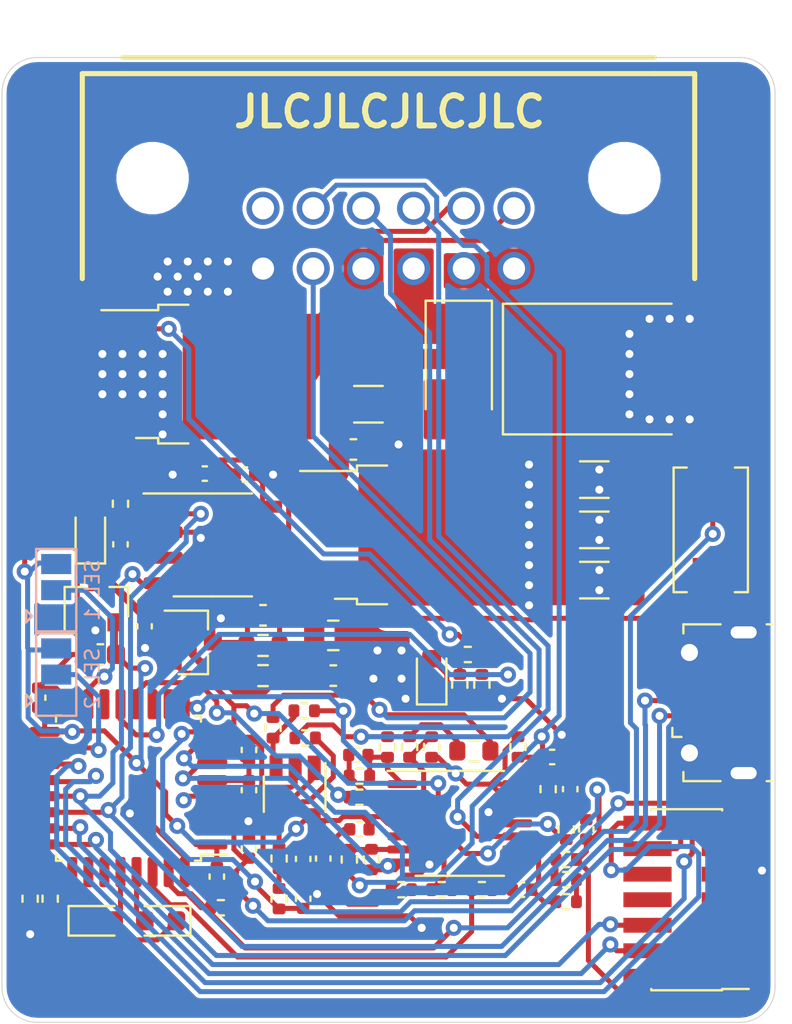
<source format=kicad_pcb>
(kicad_pcb (version 20171130) (host pcbnew "(5.1.10)-1")
  (layers (0 F.Cu signal) (31 B.Cu signal) (34 B.Paste user) (35 F.Paste user) (36 B.SilkS user) (37 F.SilkS user) (38 B.Mask user) (39 F.Mask user) (44 Edge.Cuts user))
  (net 0 "")
  (net 1 GND)
  (net 2 "Net-(C1-Pad1)")
  (net 3 +5V)
  (net 4 12V_RAW)
  (net 5 +3V3)
  (net 6 "Net-(C5-Pad2)")
  (net 7 "Net-(C5-Pad1)")
  (net 8 /LSU_Vm)
  (net 9 /LSU_Heater+)
  (net 10 "Net-(C12-Pad2)")
  (net 11 /LSU_Un)
  (net 12 /Ip_sense)
  (net 13 "Net-(C15-Pad1)")
  (net 14 VDDA)
  (net 15 /CAN_H)
  (net 16 /CAN_L)
  (net 17 /nRESET)
  (net 18 "Net-(D2-Pad2)")
  (net 19 /LED_BLUE)
  (net 20 "Net-(D4-Pad1)")
  (net 21 /LED_GREEN)
  (net 22 "Net-(D5-Pad1)")
  (net 23 "Net-(D6-Pad2)")
  (net 24 /LSU_Ip)
  (net 25 /LSU_Heater-)
  (net 26 "Net-(J1-Pad7)")
  (net 27 /LSU_Rtrim)
  (net 28 /CAN_RX)
  (net 29 /CAN_TX)
  (net 30 /UART_TX)
  (net 31 /UART_RX)
  (net 32 "Net-(J3-Pad10)")
  (net 33 "Net-(J3-Pad9)")
  (net 34 "Net-(J3-Pad8)")
  (net 35 /SWCLK)
  (net 36 /SWDIO)
  (net 37 "Net-(J3-Pad2)")
  (net 38 "Net-(J3-Pad1)")
  (net 39 /SEL_1)
  (net 40 /SEL_2)
  (net 41 "Net-(Q1-Pad1)")
  (net 42 /Ip_dac)
  (net 43 /Vm)
  (net 44 "Net-(R4-Pad1)")
  (net 45 "Net-(R11-Pad1)")
  (net 46 "Net-(R12-Pad1)")
  (net 47 "Net-(R14-Pad1)")
  (net 48 "Net-(R15-Pad2)")
  (net 49 "Net-(R16-Pad2)")
  (net 50 /LSU_Un_sense)
  (net 51 /Nernst_esr_drive)
  (net 52 /Un_sense)
  (net 53 "Net-(R21-Pad2)")
  (net 54 "Net-(R22-Pad1)")
  (net 55 /Boot0)
  (net 56 /heater_pwm)
  (net 57 "Net-(U7-Pad27)")
  (net 58 "Net-(U7-Pad26)")
  (net 59 "Net-(U7-Pad25)")
  (net 60 "Net-(U7-Pad14)")
  (net 61 "Net-(U7-Pad11)")
  (net 62 "Net-(U7-Pad10)")
  (net 63 "Net-(U7-Pad3)")
  (net 64 "Net-(U7-Pad2)")
  (net 65 "Net-(J2-Pad4)")
  (module Lib_wideband_2.0:JAE_MX23A12NF1 (layer F.Cu) (at 134.75 64.5 180)
    (fp_text reference J1 hide)
    (fp_text value Conn_02x06_Top_Bottom)
    (pad 1 thru_hole rect (at 6.25 -4.5 180) (size 1.65 1.65) (drill 1.1) (layers *.Cu *.Mask) (net 1 GND))
    (pad 2 thru_hole circle (at 3.75 -4.5 180) (size 1.65 1.65) (drill 1.1) (layers *.Cu *.Mask) (net 24 /LSU_Ip))
    (pad 3 thru_hole circle (at 1.25 -4.5 180) (size 1.65 1.65) (drill 1.1) (layers *.Cu *.Mask) (net 25 /LSU_Heater-))
    (pad 4 thru_hole circle (at -1.25 -4.5 180) (size 1.65 1.65) (drill 1.1) (layers *.Cu *.Mask) (net 9 /LSU_Heater+))
    (pad 5 thru_hole circle (at -3.75 -4.5 180) (size 1.65 1.65) (drill 1.1) (layers *.Cu *.Mask) (net 4 12V_RAW))
    (pad 6 thru_hole circle (at -6.25 -4.5 180) (size 1.65 1.65) (drill 1.1) (layers *.Cu *.Mask) (net 4 12V_RAW))
    (pad 7 thru_hole circle (at 6.25 -1.5 180) (size 1.65 1.65) (drill 1.1) (layers *.Cu *.Mask) (net 26 "Net-(J1-Pad7)"))
    (pad 8 thru_hole circle (at 3.75 -1.5 180) (size 1.65 1.65) (drill 1.1) (layers *.Cu *.Mask) (net 8 /LSU_Vm))
    (pad 9 thru_hole circle (at 1.25 -1.5 180) (size 1.65 1.65) (drill 1.1) (layers *.Cu *.Mask) (net 27 /LSU_Rtrim))
    (pad 10 thru_hole circle (at -1.25 -1.5 180) (size 1.65 1.65) (drill 1.1) (layers *.Cu *.Mask) (net 11 /LSU_Un))
    (pad 11 thru_hole circle (at -3.75 -1.5 180) (size 1.65 1.65) (drill 1.1) (layers *.Cu *.Mask) (net 15 /CAN_H))
    (pad 12 thru_hole circle (at -6.25 -1.5 180) (size 1.65 1.65) (drill 1.1) (layers *.Cu *.Mask) (net 16 /CAN_L))
    (pad None np_thru_hole circle (at -11.75 0 180) (size 3.2 3.2) (drill 3.2) (layers *.Cu *.Mask))
    (pad None np_thru_hole circle (at 11.75 0 180) (size 3.2 3.2) (drill 3.2) (layers *.Cu *.Mask))
  )
  (module Package_QFP:LQFP-32_7x7mm_P0.8mm (layer F.Cu) (at 121.8 94.85 180)
    (fp_text reference U7 hide)
    (fp_text value STM32F042K6Tx)
    (pad 32 smd roundrect (at -2.8 -4.175 180) (size 0.5 1.5) (layers F.Cu F.Paste F.Mask) (net 1 GND))
    (pad 31 smd roundrect (at -2 -4.175 180) (size 0.5 1.5) (layers F.Cu F.Paste F.Mask) (net 55 /Boot0))
    (pad 30 smd roundrect (at -1.2 -4.175 180) (size 0.5 1.5) (layers F.Cu F.Paste F.Mask) (net 51 /Nernst_esr_drive))
    (pad 29 smd roundrect (at -0.4 -4.175 180) (size 0.5 1.5) (layers F.Cu F.Paste F.Mask) (net 21 /LED_GREEN))
    (pad 28 smd roundrect (at 0.4 -4.175 180) (size 0.5 1.5) (layers F.Cu F.Paste F.Mask) (net 19 /LED_BLUE))
    (pad 27 smd roundrect (at 1.2 -4.175 180) (size 0.5 1.5) (layers F.Cu F.Paste F.Mask) (net 57 "Net-(U7-Pad27)"))
    (pad 26 smd roundrect (at 2 -4.175 180) (size 0.5 1.5) (layers F.Cu F.Paste F.Mask) (net 58 "Net-(U7-Pad26)"))
    (pad 25 smd roundrect (at 2.8 -4.175 180) (size 0.5 1.5) (layers F.Cu F.Paste F.Mask) (net 59 "Net-(U7-Pad25)"))
    (pad 24 smd roundrect (at 4.175 -2.8 180) (size 1.5 0.5) (layers F.Cu F.Paste F.Mask) (net 35 /SWCLK))
    (pad 23 smd roundrect (at 4.175 -2 180) (size 1.5 0.5) (layers F.Cu F.Paste F.Mask) (net 36 /SWDIO))
    (pad 22 smd roundrect (at 4.175 -1.2 180) (size 1.5 0.5) (layers F.Cu F.Paste F.Mask) (net 29 /CAN_TX))
    (pad 21 smd roundrect (at 4.175 -0.4 180) (size 1.5 0.5) (layers F.Cu F.Paste F.Mask) (net 28 /CAN_RX))
    (pad 20 smd roundrect (at 4.175 0.4 180) (size 1.5 0.5) (layers F.Cu F.Paste F.Mask) (net 31 /UART_RX))
    (pad 19 smd roundrect (at 4.175 1.2 180) (size 1.5 0.5) (layers F.Cu F.Paste F.Mask) (net 30 /UART_TX))
    (pad 18 smd roundrect (at 4.175 2 180) (size 1.5 0.5) (layers F.Cu F.Paste F.Mask) (net 40 /SEL_2))
    (pad 17 smd roundrect (at 4.175 2.8 180) (size 1.5 0.5) (layers F.Cu F.Paste F.Mask) (net 5 +3V3))
    (pad 16 smd roundrect (at 2.8 4.175 180) (size 0.5 1.5) (layers F.Cu F.Paste F.Mask) (net 1 GND))
    (pad 15 smd roundrect (at 2 4.175 180) (size 0.5 1.5) (layers F.Cu F.Paste F.Mask) (net 39 /SEL_1))
    (pad 14 smd roundrect (at 1.2 4.175 180) (size 0.5 1.5) (layers F.Cu F.Paste F.Mask) (net 60 "Net-(U7-Pad14)"))
    (pad 13 smd roundrect (at 0.4 4.175 180) (size 0.5 1.5) (layers F.Cu F.Paste F.Mask) (net 56 /heater_pwm))
    (pad 12 smd roundrect (at -0.4 4.175 180) (size 0.5 1.5) (layers F.Cu F.Paste F.Mask) (net 42 /Ip_dac))
    (pad 11 smd roundrect (at -1.2 4.175 180) (size 0.5 1.5) (layers F.Cu F.Paste F.Mask) (net 61 "Net-(U7-Pad11)"))
    (pad 10 smd roundrect (at -2 4.175 180) (size 0.5 1.5) (layers F.Cu F.Paste F.Mask) (net 62 "Net-(U7-Pad10)"))
    (pad 9 smd roundrect (at -2.8 4.175 180) (size 0.5 1.5) (layers F.Cu F.Paste F.Mask) (net 43 /Vm))
    (pad 8 smd roundrect (at -4.175 2.8 180) (size 1.5 0.5) (layers F.Cu F.Paste F.Mask) (net 12 /Ip_sense))
    (pad 7 smd roundrect (at -4.175 2 180) (size 1.5 0.5) (layers F.Cu F.Paste F.Mask) (net 8 /LSU_Vm))
    (pad 6 smd roundrect (at -4.175 1.2 180) (size 1.5 0.5) (layers F.Cu F.Paste F.Mask) (net 52 /Un_sense))
    (pad 5 smd roundrect (at -4.175 0.4 180) (size 1.5 0.5) (layers F.Cu F.Paste F.Mask) (net 14 VDDA))
    (pad 4 smd roundrect (at -4.175 -0.4 180) (size 1.5 0.5) (layers F.Cu F.Paste F.Mask) (net 17 /nRESET))
    (pad 3 smd roundrect (at -4.175 -1.2 180) (size 1.5 0.5) (layers F.Cu F.Paste F.Mask) (net 63 "Net-(U7-Pad3)"))
    (pad 2 smd roundrect (at -4.175 -2 180) (size 1.5 0.5) (layers F.Cu F.Paste F.Mask) (net 64 "Net-(U7-Pad2)"))
    (pad 1 smd roundrect (at -4.175 -2.8 180) (size 1.5 0.5) (layers F.Cu F.Paste F.Mask) (net 5 +3V3))
  )
  (module Package_SO:TSSOP-14_4.4x5mm_P0.65mm (layer F.Cu) (at 138.3 96.6)
    (fp_text reference U2 hide)
    (fp_text value MCP6004)
    (pad 14 smd roundrect (at 2.8625 -1.95) (size 1.475 0.4) (layers F.Cu F.Paste F.Mask) (net 43 /Vm))
    (pad 13 smd roundrect (at 2.8625 -1.3) (size 1.475 0.4) (layers F.Cu F.Paste F.Mask) (net 43 /Vm))
    (pad 12 smd roundrect (at 2.8625 -0.65) (size 1.475 0.4) (layers F.Cu F.Paste F.Mask) (net 2 "Net-(C1-Pad1)"))
    (pad 11 smd roundrect (at 2.8625 0) (size 1.475 0.4) (layers F.Cu F.Paste F.Mask) (net 1 GND))
    (pad 10 smd roundrect (at 2.8625 0.65) (size 1.475 0.4) (layers F.Cu F.Paste F.Mask) (net 11 /LSU_Un))
    (pad 9 smd roundrect (at 2.8625 1.3) (size 1.475 0.4) (layers F.Cu F.Paste F.Mask) (net 50 /LSU_Un_sense))
    (pad 8 smd roundrect (at 2.8625 1.95) (size 1.475 0.4) (layers F.Cu F.Paste F.Mask) (net 50 /LSU_Un_sense))
    (pad 7 smd roundrect (at -2.8625 1.95) (size 1.475 0.4) (layers F.Cu F.Paste F.Mask) (net 52 /Un_sense))
    (pad 6 smd roundrect (at -2.8625 1.3) (size 1.475 0.4) (layers F.Cu F.Paste F.Mask) (net 48 "Net-(R15-Pad2)"))
    (pad 5 smd roundrect (at -2.8625 0.65) (size 1.475 0.4) (layers F.Cu F.Paste F.Mask) (net 49 "Net-(R16-Pad2)"))
    (pad 4 smd roundrect (at -2.8625 0) (size 1.475 0.4) (layers F.Cu F.Paste F.Mask) (net 5 +3V3))
    (pad 3 smd roundrect (at -2.8625 -0.65) (size 1.475 0.4) (layers F.Cu F.Paste F.Mask) (net 44 "Net-(R4-Pad1)"))
    (pad 2 smd roundrect (at -2.8625 -1.3) (size 1.475 0.4) (layers F.Cu F.Paste F.Mask) (net 6 "Net-(C5-Pad2)"))
    (pad 1 smd roundrect (at -2.8625 -1.95) (size 1.475 0.4) (layers F.Cu F.Paste F.Mask) (net 7 "Net-(C5-Pad1)"))
  )
  (module Connector_USB:USB_Micro-B_Molex-105017-0001 (layer F.Cu) (at 151.2 90.6 90)
    (fp_text reference J2 hide)
    (fp_text value USB_B_Micro)
    (pad 6 smd rect (at -2.9 1.2375 90) (size 1.2 1.9) (layers F.Cu F.Mask) (net 1 GND))
    (pad 6 smd rect (at 2.9 1.2375 90) (size 1.2 1.9) (layers F.Cu F.Mask) (net 1 GND))
    (pad 6 thru_hole oval (at 3.5 1.2375 90) (size 1.2 1.9) (drill oval 0.6 1.3) (layers *.Cu *.Mask) (net 1 GND))
    (pad 6 thru_hole oval (at -3.5 1.2375 270) (size 1.2 1.9) (drill oval 0.6 1.3) (layers *.Cu *.Mask) (net 1 GND))
    (pad 6 smd rect (at -1 1.2375 90) (size 1.5 1.9) (layers F.Cu F.Paste F.Mask) (net 1 GND))
    (pad 6 thru_hole circle (at 2.5 -1.4625 90) (size 1.45 1.45) (drill 0.85) (layers *.Cu *.Mask) (net 1 GND))
    (pad 3 smd rect (at 0 -1.4625 90) (size 0.4 1.35) (layers F.Cu F.Paste F.Mask) (net 29 /CAN_TX))
    (pad 4 smd rect (at 0.65 -1.4625 90) (size 0.4 1.35) (layers F.Cu F.Paste F.Mask) (net 65 "Net-(J2-Pad4)"))
    (pad 5 smd rect (at 1.3 -1.4625 90) (size 0.4 1.35) (layers F.Cu F.Paste F.Mask) (net 1 GND))
    (pad 1 smd rect (at -1.3 -1.4625 90) (size 0.4 1.35) (layers F.Cu F.Paste F.Mask) (net 3 +5V))
    (pad 2 smd rect (at -0.65 -1.4625 90) (size 0.4 1.35) (layers F.Cu F.Paste F.Mask) (net 28 /CAN_RX))
    (pad 6 thru_hole circle (at -2.5 -1.4625 90) (size 1.45 1.45) (drill 0.85) (layers *.Cu *.Mask) (net 1 GND))
    (pad 6 smd rect (at 1 1.2375 90) (size 1.5 1.9) (layers F.Cu F.Paste F.Mask) (net 1 GND))
  )
  (module Diode_SMD:D_SMC (layer F.Cu) (at 145.25 74)
    (fp_text reference D1 hide)
    (fp_text value D_TVS)
    (pad 2 smd rect (at 3.4 0 90) (size 3.3 2.5) (layers F.Cu F.Paste F.Mask) (net 1 GND))
    (pad 1 smd rect (at -3.4 0 90) (size 3.3 2.5) (layers F.Cu F.Paste F.Mask) (net 4 12V_RAW))
  )
  (module Package_TO_SOT_SMD:SOT-23 (layer F.Cu) (at 125 87.6)
    (fp_text reference U6 hide)
    (fp_text value REF3033)
    (pad 3 smd rect (at 1 0) (size 0.9 0.8) (layers F.Cu F.Paste F.Mask) (net 1 GND))
    (pad 2 smd rect (at -1 0.95) (size 0.9 0.8) (layers F.Cu F.Paste F.Mask) (net 14 VDDA))
    (pad 1 smd rect (at -1 -0.95) (size 0.9 0.8) (layers F.Cu F.Paste F.Mask) (net 3 +5V))
  )
  (module Package_SO:SOIC-8_3.9x4.9mm_P1.27mm (layer F.Cu) (at 126 82.75)
    (fp_text reference U5 hide)
    (fp_text value TJA1051T-3)
    (pad 8 smd roundrect (at 2.475 -1.905) (size 1.95 0.6) (layers F.Cu F.Paste F.Mask) (net 1 GND))
    (pad 7 smd roundrect (at 2.475 -0.635) (size 1.95 0.6) (layers F.Cu F.Paste F.Mask) (net 15 /CAN_H))
    (pad 6 smd roundrect (at 2.475 0.635) (size 1.95 0.6) (layers F.Cu F.Paste F.Mask) (net 16 /CAN_L))
    (pad 5 smd roundrect (at 2.475 1.905) (size 1.95 0.6) (layers F.Cu F.Paste F.Mask) (net 13 "Net-(C15-Pad1)"))
    (pad 4 smd roundrect (at -2.475 1.905) (size 1.95 0.6) (layers F.Cu F.Paste F.Mask) (net 28 /CAN_RX))
    (pad 3 smd roundrect (at -2.475 0.635) (size 1.95 0.6) (layers F.Cu F.Paste F.Mask) (net 3 +5V))
    (pad 2 smd roundrect (at -2.475 -0.635) (size 1.95 0.6) (layers F.Cu F.Paste F.Mask) (net 1 GND))
    (pad 1 smd roundrect (at -2.475 -1.905) (size 1.95 0.6) (layers F.Cu F.Paste F.Mask) (net 29 /CAN_TX))
  )
  (module Package_TO_SOT_SMD:TSOT-23-5 (layer F.Cu) (at 130.1 95.15 270)
    (fp_text reference U4 hide)
    (fp_text value AD8628)
    (pad 5 smd rect (at 1.31 -0.95 270) (size 1.22 0.65) (layers F.Cu F.Paste F.Mask) (net 5 +3V3))
    (pad 4 smd rect (at 1.31 0.95 270) (size 1.22 0.65) (layers F.Cu F.Paste F.Mask) (net 45 "Net-(R11-Pad1)"))
    (pad 3 smd rect (at -1.31 0.95 270) (size 1.22 0.65) (layers F.Cu F.Paste F.Mask) (net 46 "Net-(R12-Pad1)"))
    (pad 2 smd rect (at -1.31 0 270) (size 1.22 0.65) (layers F.Cu F.Paste F.Mask) (net 1 GND))
    (pad 1 smd rect (at -1.31 -0.95 270) (size 1.22 0.65) (layers F.Cu F.Paste F.Mask) (net 47 "Net-(R14-Pad1)"))
  )
  (module Package_TO_SOT_SMD:TO-252-2 (layer F.Cu) (at 135.65 82.25)
    (fp_text reference U3 hide)
    (fp_text value LM78M05_TO252)
    (pad 2 smd rect (at 2.1 0) (size 6.4 5.8) (layers F.Cu F.Mask) (net 1 GND))
    (pad 3 smd rect (at -4.2 2.28) (size 2.2 1.2) (layers F.Cu F.Paste F.Mask) (net 3 +5V))
    (pad 1 smd rect (at -4.2 -2.28) (size 2.2 1.2) (layers F.Cu F.Paste F.Mask) (net 9 /LSU_Heater+))
  )
  (module Package_TO_SOT_SMD:SOT-23 (layer F.Cu) (at 120.2 85.6 90)
    (fp_text reference U1 hide)
    (fp_text value XC6206P332MR)
    (pad 3 smd rect (at 1 0 90) (size 0.9 0.8) (layers F.Cu F.Paste F.Mask) (net 3 +5V))
    (pad 2 smd rect (at -1 0.95 90) (size 0.9 0.8) (layers F.Cu F.Paste F.Mask) (net 5 +3V3))
    (pad 1 smd rect (at -1 -0.95 90) (size 0.9 0.8) (layers F.Cu F.Paste F.Mask) (net 1 GND))
  )
  (module Lib_wideband_2.0:TS-1088 (layer F.Cu) (at 150.8 82 270)
    (fp_text reference SW1 hide)
    (fp_text value SW_Push)
    (pad 2 smd rect (at 2.07 0 270) (size 1.35 1.8) (layers F.Cu F.Paste F.Mask) (net 3 +5V))
    (pad 1 smd rect (at -2.075 0 270) (size 1.35 1.8) (layers F.Cu F.Paste F.Mask) (net 55 /Boot0))
  )
  (module Resistor_SMD:R_0402_1005Metric (layer F.Cu) (at 138.7 88.2 180)
    (fp_text reference R31 hide)
    (fp_text value 1k)
    (pad 2 smd roundrect (at 0.51 0 180) (size 0.54 0.64) (layers F.Cu F.Paste F.Mask) (net 56 /heater_pwm))
    (pad 1 smd roundrect (at -0.51 0 180) (size 0.54 0.64) (layers F.Cu F.Paste F.Mask) (net 41 "Net-(Q1-Pad1)"))
  )
  (module Resistor_SMD:R_0402_1005Metric (layer F.Cu) (at 139.4 89.7 90)
    (fp_text reference R30 hide)
    (fp_text value 1k)
    (pad 2 smd roundrect (at 0.51 0 90) (size 0.54 0.64) (layers F.Cu F.Paste F.Mask) (net 56 /heater_pwm))
    (pad 1 smd roundrect (at -0.51 0 90) (size 0.54 0.64) (layers F.Cu F.Paste F.Mask) (net 1 GND))
  )
  (module Resistor_SMD:R_0402_1005Metric (layer F.Cu) (at 138.3 89.7 90)
    (fp_text reference R29 hide)
    (fp_text value 1k)
    (pad 2 smd roundrect (at 0.51 0 90) (size 0.54 0.64) (layers F.Cu F.Paste F.Mask) (net 56 /heater_pwm))
    (pad 1 smd roundrect (at -0.51 0 90) (size 0.54 0.64) (layers F.Cu F.Paste F.Mask) (net 23 "Net-(D6-Pad2)"))
  )
  (module Resistor_SMD:R_0402_1005Metric (layer F.Cu) (at 126.4 100.8 180)
    (fp_text reference R28 hide)
    (fp_text value 10k)
    (pad 2 smd roundrect (at 0.51 0 180) (size 0.54 0.64) (layers F.Cu F.Paste F.Mask) (net 55 /Boot0))
    (pad 1 smd roundrect (at -0.51 0 180) (size 0.54 0.64) (layers F.Cu F.Paste F.Mask) (net 1 GND))
  )
  (module Resistor_SMD:R_0402_1005Metric (layer F.Cu) (at 116.9 100.35 270)
    (fp_text reference R27 hide)
    (fp_text value 1k)
    (pad 2 smd roundrect (at 0.51 0 270) (size 0.54 0.64) (layers F.Cu F.Paste F.Mask) (net 22 "Net-(D5-Pad1)"))
    (pad 1 smd roundrect (at -0.51 0 270) (size 0.54 0.64) (layers F.Cu F.Paste F.Mask) (net 1 GND))
  )
  (module Resistor_SMD:R_0402_1005Metric (layer F.Cu) (at 117.9 100.35 270)
    (fp_text reference R26 hide)
    (fp_text value 1k)
    (pad 2 smd roundrect (at 0.51 0 270) (size 0.54 0.64) (layers F.Cu F.Paste F.Mask) (net 20 "Net-(D4-Pad1)"))
    (pad 1 smd roundrect (at -0.51 0 270) (size 0.54 0.64) (layers F.Cu F.Paste F.Mask) (net 1 GND))
  )
  (module Resistor_SMD:R_0402_1005Metric (layer F.Cu) (at 143.6 98.4 180)
    (fp_text reference R25 hide)
    (fp_text value 20k)
    (pad 2 smd roundrect (at 0.51 0 180) (size 0.54 0.64) (layers F.Cu F.Paste F.Mask) (net 54 "Net-(R22-Pad1)"))
    (pad 1 smd roundrect (at -0.51 0 180) (size 0.54 0.64) (layers F.Cu F.Paste F.Mask) (net 5 +3V3))
  )
  (module Resistor_SMD:R_0603_1608Metric (layer F.Cu) (at 128.5 87.75 180)
    (fp_text reference R24 hide)
    (fp_text value 470)
    (pad 2 smd roundrect (at 0.825 0 180) (size 0.8 0.95) (layers F.Cu F.Paste F.Mask) (net 1 GND))
    (pad 1 smd roundrect (at -0.825 0 180) (size 0.8 0.95) (layers F.Cu F.Paste F.Mask) (net 13 "Net-(C15-Pad1)"))
  )
  (module Resistor_SMD:R_0603_1608Metric (layer F.Cu) (at 128.5 89.25 180)
    (fp_text reference R23 hide)
    (fp_text value 220)
    (pad 2 smd roundrect (at 0.825 0 180) (size 0.8 0.95) (layers F.Cu F.Paste F.Mask) (net 13 "Net-(C15-Pad1)"))
    (pad 1 smd roundrect (at -0.825 0 180) (size 0.8 0.95) (layers F.Cu F.Paste F.Mask) (net 3 +5V))
  )
  (module Resistor_SMD:R_0402_1005Metric (layer F.Cu) (at 143.6 99.4)
    (fp_text reference R22 hide)
    (fp_text value 20k)
    (pad 2 smd roundrect (at 0.51 0) (size 0.54 0.64) (layers F.Cu F.Paste F.Mask) (net 53 "Net-(R21-Pad2)"))
    (pad 1 smd roundrect (at -0.51 0) (size 0.54 0.64) (layers F.Cu F.Paste F.Mask) (net 54 "Net-(R22-Pad1)"))
  )
  (module Resistor_SMD:R_0402_1005Metric (layer F.Cu) (at 143.6 100.5)
    (fp_text reference R21 hide)
    (fp_text value 20k)
    (pad 2 smd roundrect (at 0.51 0) (size 0.54 0.64) (layers F.Cu F.Paste F.Mask) (net 53 "Net-(R21-Pad2)"))
    (pad 1 smd roundrect (at -0.51 0) (size 0.54 0.64) (layers F.Cu F.Paste F.Mask) (net 11 /LSU_Un))
  )
  (module Resistor_SMD:R_0402_1005Metric (layer F.Cu) (at 133.9 98.4 270)
    (fp_text reference R20 hide)
    (fp_text value 27k)
    (pad 2 smd roundrect (at 0.51 0 270) (size 0.54 0.64) (layers F.Cu F.Paste F.Mask) (net 52 /Un_sense))
    (pad 1 smd roundrect (at -0.51 0 270) (size 0.54 0.64) (layers F.Cu F.Paste F.Mask) (net 48 "Net-(R15-Pad2)"))
  )
  (module Resistor_SMD:R_0402_1005Metric (layer F.Cu) (at 129.3 100.35 270)
    (fp_text reference R19 hide)
    (fp_text value 3.3k)
    (pad 2 smd roundrect (at 0.51 0 270) (size 0.54 0.64) (layers F.Cu F.Paste F.Mask) (net 12 /Ip_sense))
    (pad 1 smd roundrect (at -0.51 0 270) (size 0.54 0.64) (layers F.Cu F.Paste F.Mask) (net 47 "Net-(R14-Pad1)"))
  )
  (module Resistor_SMD:R_0402_1005Metric (layer F.Cu) (at 139.4 99.9)
    (fp_text reference R18 hide)
    (fp_text value 22k)
    (pad 2 smd roundrect (at 0.51 0) (size 0.54 0.64) (layers F.Cu F.Paste F.Mask) (net 10 "Net-(C12-Pad2)"))
    (pad 1 smd roundrect (at -0.51 0) (size 0.54 0.64) (layers F.Cu F.Paste F.Mask) (net 51 /Nernst_esr_drive))
  )
  (module Resistor_SMD:R_0402_1005Metric (layer F.Cu) (at 135.39 99.9 180)
    (fp_text reference R17 hide)
    (fp_text value 27k)
    (pad 2 smd roundrect (at 0.51 0 180) (size 0.54 0.64) (layers F.Cu F.Paste F.Mask) (net 1 GND))
    (pad 1 smd roundrect (at -0.51 0 180) (size 0.54 0.64) (layers F.Cu F.Paste F.Mask) (net 49 "Net-(R16-Pad2)"))
  )
  (module Resistor_SMD:R_0402_1005Metric (layer F.Cu) (at 137.4 99.9 180)
    (fp_text reference R16 hide)
    (fp_text value 10k)
    (pad 2 smd roundrect (at 0.51 0 180) (size 0.54 0.64) (layers F.Cu F.Paste F.Mask) (net 49 "Net-(R16-Pad2)"))
    (pad 1 smd roundrect (at -0.51 0 180) (size 0.54 0.64) (layers F.Cu F.Paste F.Mask) (net 50 /LSU_Un_sense))
  )
  (module Resistor_SMD:R_0402_1005Metric (layer F.Cu) (at 132.8 98.4 90)
    (fp_text reference R15 hide)
    (fp_text value 10k)
    (pad 2 smd roundrect (at 0.51 0 90) (size 0.54 0.64) (layers F.Cu F.Paste F.Mask) (net 48 "Net-(R15-Pad2)"))
    (pad 1 smd roundrect (at -0.51 0 90) (size 0.54 0.64) (layers F.Cu F.Paste F.Mask) (net 8 /LSU_Vm))
  )
  (module Resistor_SMD:R_0402_1005Metric (layer F.Cu) (at 129.3 98.35 90)
    (fp_text reference R14 hide)
    (fp_text value 100k)
    (pad 2 smd roundrect (at 0.51 0 90) (size 0.54 0.64) (layers F.Cu F.Paste F.Mask) (net 45 "Net-(R11-Pad1)"))
    (pad 1 smd roundrect (at -0.51 0 90) (size 0.54 0.64) (layers F.Cu F.Paste F.Mask) (net 47 "Net-(R14-Pad1)"))
  )
  (module Resistor_SMD:R_0402_1005Metric (layer F.Cu) (at 130.55 91)
    (fp_text reference R13 hide)
    (fp_text value 100k)
    (pad 2 smd roundrect (at 0.51 0) (size 0.54 0.64) (layers F.Cu F.Paste F.Mask) (net 43 /Vm))
    (pad 1 smd roundrect (at -0.51 0) (size 0.54 0.64) (layers F.Cu F.Paste F.Mask) (net 46 "Net-(R12-Pad1)"))
  )
  (module Resistor_SMD:R_0402_1005Metric (layer F.Cu) (at 129 91.85 90)
    (fp_text reference R12 hide)
    (fp_text value 10k)
    (pad 2 smd roundrect (at 0.51 0 90) (size 0.54 0.64) (layers F.Cu F.Paste F.Mask) (net 24 /LSU_Ip))
    (pad 1 smd roundrect (at -0.51 0 90) (size 0.54 0.64) (layers F.Cu F.Paste F.Mask) (net 46 "Net-(R12-Pad1)"))
  )
  (module Resistor_SMD:R_0402_1005Metric (layer F.Cu) (at 130.6 92.35 180)
    (fp_text reference R11 hide)
    (fp_text value 10k)
    (pad 2 smd roundrect (at 0.51 0 180) (size 0.54 0.64) (layers F.Cu F.Paste F.Mask) (net 27 /LSU_Rtrim))
    (pad 1 smd roundrect (at -0.51 0 180) (size 0.54 0.64) (layers F.Cu F.Paste F.Mask) (net 45 "Net-(R11-Pad1)"))
  )
  (module Resistor_SMD:R_0603_1608Metric (layer F.Cu) (at 139 93)
    (fp_text reference R10 hide)
    (fp_text value 61.9)
    (pad 2 smd roundrect (at 0.825 0) (size 0.8 0.95) (layers F.Cu F.Paste F.Mask) (net 24 /LSU_Ip))
    (pad 1 smd roundrect (at -0.825 0) (size 0.8 0.95) (layers F.Cu F.Paste F.Mask) (net 27 /LSU_Rtrim))
  )
  (module Resistor_SMD:R_0402_1005Metric (layer F.Cu) (at 121.4 80.7 90)
    (fp_text reference R9 hide)
    (fp_text value 1k)
    (pad 2 smd roundrect (at 0.51 0 90) (size 0.54 0.64) (layers F.Cu F.Paste F.Mask) (net 5 +3V3))
    (pad 1 smd roundrect (at -0.51 0 90) (size 0.54 0.64) (layers F.Cu F.Paste F.Mask) (net 18 "Net-(D2-Pad2)"))
  )
  (module Resistor_SMD:R_0402_1005Metric (layer F.Cu) (at 134.7 92.8 270)
    (fp_text reference R8 hide)
    (fp_text value 47)
    (pad 2 smd roundrect (at 0.51 0 270) (size 0.54 0.64) (layers F.Cu F.Paste F.Mask) (net 7 "Net-(C5-Pad1)"))
    (pad 1 smd roundrect (at -0.51 0 270) (size 0.54 0.64) (layers F.Cu F.Paste F.Mask) (net 27 /LSU_Rtrim))
  )
  (module Resistor_SMD:R_0402_1005Metric (layer F.Cu) (at 141.2 92.8 90)
    (fp_text reference R7 hide)
    (fp_text value 10)
    (pad 2 smd roundrect (at 0.51 0 90) (size 0.54 0.64) (layers F.Cu F.Paste F.Mask) (net 43 /Vm))
    (pad 1 smd roundrect (at -0.51 0 90) (size 0.54 0.64) (layers F.Cu F.Paste F.Mask) (net 8 /LSU_Vm))
  )
  (module Resistor_SMD:R_0402_1005Metric (layer F.Cu) (at 135.8 92.8 270)
    (fp_text reference R6 hide)
    (fp_text value 10k)
    (pad 2 smd roundrect (at 0.51 0 270) (size 0.54 0.64) (layers F.Cu F.Paste F.Mask) (net 44 "Net-(R4-Pad1)"))
    (pad 1 smd roundrect (at -0.51 0 270) (size 0.54 0.64) (layers F.Cu F.Paste F.Mask) (net 27 /LSU_Rtrim))
  )
  (module Resistor_SMD:R_0402_1005Metric (layer F.Cu) (at 133.3 94.25 180)
    (fp_text reference R5 hide)
    (fp_text value 10k)
    (pad 2 smd roundrect (at 0.51 0 180) (size 0.54 0.64) (layers F.Cu F.Paste F.Mask) (net 6 "Net-(C5-Pad2)"))
    (pad 1 smd roundrect (at -0.51 0 180) (size 0.54 0.64) (layers F.Cu F.Paste F.Mask) (net 7 "Net-(C5-Pad1)"))
  )
  (module Resistor_SMD:R_0402_1005Metric (layer F.Cu) (at 136.9 92.8 270)
    (fp_text reference R4 hide)
    (fp_text value 68k)
    (pad 2 smd roundrect (at 0.51 0 270) (size 0.54 0.64) (layers F.Cu F.Paste F.Mask) (net 43 /Vm))
    (pad 1 smd roundrect (at -0.51 0 270) (size 0.54 0.64) (layers F.Cu F.Paste F.Mask) (net 44 "Net-(R4-Pad1)"))
  )
  (module Resistor_SMD:R_0402_1005Metric (layer F.Cu) (at 133.3 95.3)
    (fp_text reference R3 hide)
    (fp_text value 68k)
    (pad 2 smd roundrect (at 0.51 0) (size 0.54 0.64) (layers F.Cu F.Paste F.Mask) (net 6 "Net-(C5-Pad2)"))
    (pad 1 smd roundrect (at -0.51 0) (size 0.54 0.64) (layers F.Cu F.Paste F.Mask) (net 42 /Ip_dac))
  )
  (module Resistor_SMD:R_0402_1005Metric (layer F.Cu) (at 142.7 94.9 90)
    (fp_text reference R2 hide)
    (fp_text value 1k)
    (pad 2 smd roundrect (at 0.51 0 90) (size 0.54 0.64) (layers F.Cu F.Paste F.Mask) (net 1 GND))
    (pad 1 smd roundrect (at -0.51 0 90) (size 0.54 0.64) (layers F.Cu F.Paste F.Mask) (net 2 "Net-(C1-Pad1)"))
  )
  (module Resistor_SMD:R_0402_1005Metric (layer F.Cu) (at 143.6 96.9 90)
    (fp_text reference R1 hide)
    (fp_text value 1k)
    (pad 2 smd roundrect (at 0.51 0 90) (size 0.54 0.64) (layers F.Cu F.Paste F.Mask) (net 2 "Net-(C1-Pad1)"))
    (pad 1 smd roundrect (at -0.51 0 90) (size 0.54 0.64) (layers F.Cu F.Paste F.Mask) (net 14 VDDA))
  )
  (module Package_TO_SOT_SMD:TO-252-2 (layer F.Cu) (at 125.75 74.25)
    (fp_text reference Q1 hide)
    (fp_text value BTS3028)
    (pad 2 smd rect (at 2.1 0) (size 6.4 5.8) (layers F.Cu F.Mask) (net 25 /LSU_Heater-))
    (pad 3 smd rect (at -4.2 2.28) (size 2.2 1.2) (layers F.Cu F.Paste F.Mask) (net 1 GND))
    (pad 1 smd rect (at -4.2 -2.28) (size 2.2 1.2) (layers F.Cu F.Paste F.Mask) (net 41 "Net-(Q1-Pad1)"))
  )
  (module Jumper:SolderJumper-3_P1.3mm_Open_Pad1.0x1.5mm (layer B.Cu) (at 118.2 89.2 90)
    (fp_text reference JP2 hide)
    (fp_text value Jumper_3_Open hide)
    (pad 1 smd rect (at -1.3 0 90) (size 1 1.5) (layers B.Cu B.Mask) (net 1 GND))
    (pad 2 smd rect (at 0 0 90) (size 1 1.5) (layers B.Cu B.Mask) (net 40 /SEL_2))
    (pad 3 smd rect (at 1.3 0 90) (size 1 1.5) (layers B.Cu B.Mask) (net 5 +3V3))
  )
  (module Jumper:SolderJumper-3_P1.3mm_Open_Pad1.0x1.5mm (layer B.Cu) (at 118.2 85 90)
    (fp_text reference JP1 hide)
    (fp_text value Jumper_3_Open hide)
    (pad 1 smd rect (at -1.3 0 90) (size 1 1.5) (layers B.Cu B.Mask) (net 1 GND))
    (pad 2 smd rect (at 0 0 90) (size 1 1.5) (layers B.Cu B.Mask) (net 39 /SEL_1))
    (pad 3 smd rect (at 1.3 0 90) (size 1 1.5) (layers B.Cu B.Mask) (net 5 +3V3))
  )
  (module Connector_PinHeader_1.27mm:PinHeader_2x07_P1.27mm_Vertical_SMD (layer F.Cu) (at 149.6 100.4 180)
    (fp_text reference J3 hide)
    (fp_text value FTSH-107-01-F-DV-K hide)
    (pad 14 smd rect (at 1.95 3.81 180) (size 2.4 0.74) (layers F.Cu F.Paste F.Mask) (net 30 /UART_TX))
    (pad 13 smd rect (at -1.95 3.81 180) (size 2.4 0.74) (layers F.Cu F.Paste F.Mask) (net 31 /UART_RX))
    (pad 12 smd rect (at 1.95 2.54 180) (size 2.4 0.74) (layers F.Cu F.Paste F.Mask) (net 17 /nRESET))
    (pad 11 smd rect (at -1.95 2.54 180) (size 2.4 0.74) (layers F.Cu F.Paste F.Mask) (net 1 GND))
    (pad 10 smd rect (at 1.95 1.27 180) (size 2.4 0.74) (layers F.Cu F.Paste F.Mask) (net 32 "Net-(J3-Pad10)"))
    (pad 9 smd rect (at -1.95 1.27 180) (size 2.4 0.74) (layers F.Cu F.Paste F.Mask) (net 33 "Net-(J3-Pad9)"))
    (pad 8 smd rect (at 1.95 0 180) (size 2.4 0.74) (layers F.Cu F.Paste F.Mask) (net 34 "Net-(J3-Pad8)"))
    (pad 7 smd rect (at -1.95 0 180) (size 2.4 0.74) (layers F.Cu F.Paste F.Mask) (net 1 GND))
    (pad 6 smd rect (at 1.95 -1.27 180) (size 2.4 0.74) (layers F.Cu F.Paste F.Mask) (net 35 /SWCLK))
    (pad 5 smd rect (at -1.95 -1.27 180) (size 2.4 0.74) (layers F.Cu F.Paste F.Mask) (net 1 GND))
    (pad 4 smd rect (at 1.95 -2.54 180) (size 2.4 0.74) (layers F.Cu F.Paste F.Mask) (net 36 /SWDIO))
    (pad 3 smd rect (at -1.95 -2.54 180) (size 2.4 0.74) (layers F.Cu F.Paste F.Mask) (net 5 +3V3))
    (pad 2 smd rect (at 1.95 -3.81 180) (size 2.4 0.74) (layers F.Cu F.Paste F.Mask) (net 37 "Net-(J3-Pad2)"))
    (pad 1 smd rect (at -1.95 -3.81 180) (size 2.4 0.74) (layers F.Cu F.Paste F.Mask) (net 38 "Net-(J3-Pad1)"))
  )
  (module LED_SMD:LED_0603_1608Metric (layer F.Cu) (at 136.9 89.2 90)
    (fp_text reference D6 hide)
    (fp_text value RED)
    (pad 2 smd roundrect (at 0.7875 0 90) (size 0.875 0.95) (layers F.Cu F.Paste F.Mask) (net 23 "Net-(D6-Pad2)"))
    (pad 1 smd roundrect (at -0.7875 0 90) (size 0.875 0.95) (layers F.Cu F.Paste F.Mask) (net 1 GND))
  )
  (module LED_SMD:LED_0603_1608Metric (layer F.Cu) (at 123.4 101.45 180)
    (fp_text reference D5 hide)
    (fp_text value GREEN)
    (pad 2 smd roundrect (at 0.7875 0 180) (size 0.875 0.95) (layers F.Cu F.Paste F.Mask) (net 21 /LED_GREEN))
    (pad 1 smd roundrect (at -0.7875 0 180) (size 0.875 0.95) (layers F.Cu F.Paste F.Mask) (net 22 "Net-(D5-Pad1)"))
  )
  (module LED_SMD:LED_0603_1608Metric (layer F.Cu) (at 120.3 101.45)
    (fp_text reference D4 hide)
    (fp_text value BLUE)
    (pad 2 smd roundrect (at 0.7875 0) (size 0.875 0.95) (layers F.Cu F.Paste F.Mask) (net 19 /LED_BLUE))
    (pad 1 smd roundrect (at -0.7875 0) (size 0.875 0.95) (layers F.Cu F.Paste F.Mask) (net 20 "Net-(D4-Pad1)"))
  )
  (module Diode_SMD:D_SMA (layer F.Cu) (at 138.25 74 270)
    (fp_text reference D3 hide)
    (fp_text value D_Schottky)
    (pad 2 smd rect (at 2 0 270) (size 2.5 1.8) (layers F.Cu F.Paste F.Mask) (net 4 12V_RAW))
    (pad 1 smd rect (at -2 0 270) (size 2.5 1.8) (layers F.Cu F.Paste F.Mask) (net 9 /LSU_Heater+))
  )
  (module LED_SMD:LED_0603_1608Metric (layer F.Cu) (at 119.9 82.1875 90)
    (fp_text reference D2 hide)
    (fp_text value RED)
    (pad 2 smd roundrect (at 0.7875 0 90) (size 0.875 0.95) (layers F.Cu F.Paste F.Mask) (net 18 "Net-(D2-Pad2)"))
    (pad 1 smd roundrect (at -0.7875 0 90) (size 0.875 0.95) (layers F.Cu F.Paste F.Mask) (net 1 GND))
  )
  (module Capacitor_SMD:C_0402_1005Metric (layer F.Cu) (at 133.3 96.9 180)
    (fp_text reference C27 hide)
    (fp_text value DNP)
    (pad 2 smd roundrect (at 0.48 0 180) (size 0.56 0.62) (layers F.Cu F.Paste F.Mask) (net 1 GND))
    (pad 1 smd roundrect (at -0.48 0 180) (size 0.56 0.62) (layers F.Cu F.Paste F.Mask) (net 5 +3V3))
  )
  (module Capacitor_SMD:C_0402_1005Metric (layer F.Cu) (at 117.3 90.35 90)
    (fp_text reference C26 hide)
    (fp_text value 100n)
    (pad 2 smd roundrect (at 0.48 0 90) (size 0.56 0.62) (layers F.Cu F.Paste F.Mask) (net 1 GND))
    (pad 1 smd roundrect (at -0.48 0 90) (size 0.56 0.62) (layers F.Cu F.Paste F.Mask) (net 5 +3V3))
  )
  (module Capacitor_SMD:C_0402_1005Metric (layer F.Cu) (at 130.5 98.37 270)
    (fp_text reference C25 hide)
    (fp_text value DNP)
    (pad 2 smd roundrect (at 0.48 0 270) (size 0.56 0.62) (layers F.Cu F.Paste F.Mask) (net 1 GND))
    (pad 1 smd roundrect (at -0.48 0 270) (size 0.56 0.62) (layers F.Cu F.Paste F.Mask) (net 5 +3V3))
  )
  (module Capacitor_SMD:C_0402_1005Metric (layer F.Cu) (at 126.2 99.25 270)
    (fp_text reference C24 hide)
    (fp_text value 100n)
    (pad 2 smd roundrect (at 0.48 0 270) (size 0.56 0.62) (layers F.Cu F.Paste F.Mask) (net 1 GND))
    (pad 1 smd roundrect (at -0.48 0 270) (size 0.56 0.62) (layers F.Cu F.Paste F.Mask) (net 5 +3V3))
  )
  (module Capacitor_SMD:C_0402_1005Metric (layer F.Cu) (at 131.5 98.35 270)
    (fp_text reference C23 hide)
    (fp_text value 100n)
    (pad 2 smd roundrect (at 0.48 0 270) (size 0.56 0.62) (layers F.Cu F.Paste F.Mask) (net 1 GND))
    (pad 1 smd roundrect (at -0.48 0 270) (size 0.56 0.62) (layers F.Cu F.Paste F.Mask) (net 5 +3V3))
  )
  (module Capacitor_SMD:C_0402_1005Metric (layer F.Cu) (at 144.6 96.9 90)
    (fp_text reference C22 hide)
    (fp_text value 100n)
    (pad 2 smd roundrect (at 0.48 0 90) (size 0.56 0.62) (layers F.Cu F.Paste F.Mask) (net 1 GND))
    (pad 1 smd roundrect (at -0.48 0 90) (size 0.56 0.62) (layers F.Cu F.Paste F.Mask) (net 5 +3V3))
  )
  (module Capacitor_SMD:C_0402_1005Metric (layer F.Cu) (at 127.8 97.85 90)
    (fp_text reference C21 hide)
    (fp_text value 1u)
    (pad 2 smd roundrect (at 0.48 0 90) (size 0.56 0.62) (layers F.Cu F.Paste F.Mask) (net 1 GND))
    (pad 1 smd roundrect (at -0.48 0 90) (size 0.56 0.62) (layers F.Cu F.Paste F.Mask) (net 17 /nRESET))
  )
  (module Capacitor_SMD:C_0402_1005Metric (layer F.Cu) (at 127.8 92.95 90)
    (fp_text reference C20 hide)
    (fp_text value 100n)
    (pad 2 smd roundrect (at 0.48 0 90) (size 0.56 0.62) (layers F.Cu F.Paste F.Mask) (net 1 GND))
    (pad 1 smd roundrect (at -0.48 0 90) (size 0.56 0.62) (layers F.Cu F.Paste F.Mask) (net 14 VDDA))
  )
  (module Capacitor_SMD:C_0402_1005Metric (layer F.Cu) (at 127.6 79.25)
    (fp_text reference C19 hide)
    (fp_text value 47p)
    (pad 2 smd roundrect (at 0.48 0) (size 0.56 0.62) (layers F.Cu F.Paste F.Mask) (net 1 GND))
    (pad 1 smd roundrect (at -0.48 0) (size 0.56 0.62) (layers F.Cu F.Paste F.Mask) (net 16 /CAN_L))
  )
  (module Capacitor_SMD:C_0402_1005Metric (layer F.Cu) (at 125.6 79.2)
    (fp_text reference C18 hide)
    (fp_text value 47p)
    (pad 2 smd roundrect (at 0.48 0) (size 0.56 0.62) (layers F.Cu F.Paste F.Mask) (net 15 /CAN_H))
    (pad 1 smd roundrect (at -0.48 0) (size 0.56 0.62) (layers F.Cu F.Paste F.Mask) (net 1 GND))
  )
  (module Capacitor_SMD:C_0402_1005Metric (layer F.Cu) (at 127.8 94.95 270)
    (fp_text reference C17 hide)
    (fp_text value 1u)
    (pad 2 smd roundrect (at 0.48 0 270) (size 0.56 0.62) (layers F.Cu F.Paste F.Mask) (net 1 GND))
    (pad 1 smd roundrect (at -0.48 0 270) (size 0.56 0.62) (layers F.Cu F.Paste F.Mask) (net 14 VDDA))
  )
  (module Capacitor_SMD:C_0402_1005Metric (layer F.Cu) (at 122.6 86.8 270)
    (fp_text reference C16 hide)
    (fp_text value 1u)
    (pad 2 smd roundrect (at 0.48 0 270) (size 0.56 0.62) (layers F.Cu F.Paste F.Mask) (net 1 GND))
    (pad 1 smd roundrect (at -0.48 0 270) (size 0.56 0.62) (layers F.Cu F.Paste F.Mask) (net 3 +5V))
  )
  (module Capacitor_SMD:C_0603_1608Metric (layer F.Cu) (at 128.5 86.25 180)
    (fp_text reference C15 hide)
    (fp_text value 1u)
    (pad 2 smd roundrect (at 0.775 0 180) (size 0.9 0.95) (layers F.Cu F.Paste F.Mask) (net 1 GND))
    (pad 1 smd roundrect (at -0.775 0 180) (size 0.9 0.95) (layers F.Cu F.Paste F.Mask) (net 13 "Net-(C15-Pad1)"))
  )
  (module Capacitor_SMD:C_0402_1005Metric (layer F.Cu) (at 130.5 100.35 90)
    (fp_text reference C14 hide)
    (fp_text value 100n)
    (pad 2 smd roundrect (at 0.48 0 90) (size 0.56 0.62) (layers F.Cu F.Paste F.Mask) (net 1 GND))
    (pad 1 smd roundrect (at -0.48 0 90) (size 0.56 0.62) (layers F.Cu F.Paste F.Mask) (net 12 /Ip_sense))
  )
  (module Capacitor_SMD:C_0805_2012Metric (layer F.Cu) (at 132 87.25)
    (fp_text reference C13 hide)
    (fp_text value 22u)
    (pad 2 smd roundrect (at 0.95 0) (size 1 1.45) (layers F.Cu F.Paste F.Mask) (net 1 GND))
    (pad 1 smd roundrect (at -0.95 0) (size 1 1.45) (layers F.Cu F.Paste F.Mask) (net 3 +5V))
  )
  (module Capacitor_SMD:C_0402_1005Metric (layer F.Cu) (at 141.4 99.9 180)
    (fp_text reference C12 hide)
    (fp_text value 100n)
    (pad 2 smd roundrect (at 0.48 0 180) (size 0.56 0.62) (layers F.Cu F.Paste F.Mask) (net 10 "Net-(C12-Pad2)"))
    (pad 1 smd roundrect (at -0.48 0 180) (size 0.56 0.62) (layers F.Cu F.Paste F.Mask) (net 11 /LSU_Un))
  )
  (module Capacitor_SMD:C_0603_1608Metric (layer F.Cu) (at 132 89.25)
    (fp_text reference C11 hide)
    (fp_text value 1u)
    (pad 2 smd roundrect (at 0.775 0) (size 0.9 0.95) (layers F.Cu F.Paste F.Mask) (net 1 GND))
    (pad 1 smd roundrect (at -0.775 0) (size 0.9 0.95) (layers F.Cu F.Paste F.Mask) (net 3 +5V))
  )
  (module Capacitor_SMD:C_0603_1608Metric (layer F.Cu) (at 133 78)
    (fp_text reference C10 hide)
    (fp_text value 1u)
    (pad 2 smd roundrect (at 0.775 0) (size 0.9 0.95) (layers F.Cu F.Paste F.Mask) (net 1 GND))
    (pad 1 smd roundrect (at -0.775 0) (size 0.9 0.95) (layers F.Cu F.Paste F.Mask) (net 9 /LSU_Heater+))
  )
  (module Capacitor_SMD:C_1206_3216Metric (layer F.Cu) (at 133.75 75.75)
    (fp_text reference C9 hide)
    (fp_text value 10u)
    (pad 2 smd roundrect (at 1.475 0) (size 1.15 1.8) (layers F.Cu F.Paste F.Mask) (roundrect_rratio 0.217391) (net 1 GND))
    (pad 1 smd roundrect (at -1.475 0) (size 1.15 1.8) (layers F.Cu F.Paste F.Mask) (roundrect_rratio 0.217391) (net 9 /LSU_Heater+))
  )
  (module Capacitor_SMD:C_0402_1005Metric (layer F.Cu) (at 142.9 93.3)
    (fp_text reference C8 hide)
    (fp_text value 1u)
    (pad 2 smd roundrect (at 0.48 0) (size 0.56 0.62) (layers F.Cu F.Paste F.Mask) (net 1 GND))
    (pad 1 smd roundrect (at -0.48 0) (size 0.56 0.62) (layers F.Cu F.Paste F.Mask) (net 8 /LSU_Vm))
  )
  (module Capacitor_SMD:C_1206_3216Metric (layer F.Cu) (at 145 79.5)
    (fp_text reference C7 hide)
    (fp_text value 10u)
    (pad 2 smd roundrect (at 1.475 0) (size 1.15 1.8) (layers F.Cu F.Paste F.Mask) (roundrect_rratio 0.217391) (net 1 GND))
    (pad 1 smd roundrect (at -1.475 0) (size 1.15 1.8) (layers F.Cu F.Paste F.Mask) (roundrect_rratio 0.217391) (net 4 12V_RAW))
  )
  (module Capacitor_SMD:C_1206_3216Metric (layer F.Cu) (at 145 84.5 180)
    (fp_text reference C6 hide)
    (fp_text value 10u)
    (pad 2 smd roundrect (at 1.475 0 180) (size 1.15 1.8) (layers F.Cu F.Paste F.Mask) (roundrect_rratio 0.217391) (net 4 12V_RAW))
    (pad 1 smd roundrect (at -1.475 0 180) (size 1.15 1.8) (layers F.Cu F.Paste F.Mask) (roundrect_rratio 0.217391) (net 1 GND))
  )
  (module Capacitor_SMD:C_0402_1005Metric (layer F.Cu) (at 133.25 93.2 180)
    (fp_text reference C5 hide)
    (fp_text value 33n)
    (pad 2 smd roundrect (at 0.48 0 180) (size 0.56 0.62) (layers F.Cu F.Paste F.Mask) (net 6 "Net-(C5-Pad2)"))
    (pad 1 smd roundrect (at -0.48 0 180) (size 0.56 0.62) (layers F.Cu F.Paste F.Mask) (net 7 "Net-(C5-Pad1)"))
  )
  (module Capacitor_SMD:C_0603_1608Metric (layer F.Cu) (at 120.4 88.2 180)
    (fp_text reference C4 hide)
    (fp_text value 4.7u)
    (pad 2 smd roundrect (at 0.775 0 180) (size 0.9 0.95) (layers F.Cu F.Paste F.Mask) (net 1 GND))
    (pad 1 smd roundrect (at -0.775 0 180) (size 0.9 0.95) (layers F.Cu F.Paste F.Mask) (net 5 +3V3))
  )
  (module Capacitor_SMD:C_1206_3216Metric (layer F.Cu) (at 145 82)
    (fp_text reference C3 hide)
    (fp_text value 10u)
    (pad 2 smd roundrect (at 1.475 0) (size 1.15 1.8) (layers F.Cu F.Paste F.Mask) (roundrect_rratio 0.217391) (net 1 GND))
    (pad 1 smd roundrect (at -1.475 0) (size 1.15 1.8) (layers F.Cu F.Paste F.Mask) (roundrect_rratio 0.217391) (net 4 12V_RAW))
  )
  (module Capacitor_SMD:C_0402_1005Metric (layer F.Cu) (at 121.4 82.72 90)
    (fp_text reference C2 hide)
    (fp_text value 100n)
    (pad 2 smd roundrect (at 0.48 0 90) (size 0.56 0.62) (layers F.Cu F.Paste F.Mask) (net 1 GND))
    (pad 1 smd roundrect (at -0.48 0 90) (size 0.56 0.62) (layers F.Cu F.Paste F.Mask) (net 3 +5V))
  )
  (module Capacitor_SMD:C_0402_1005Metric (layer F.Cu) (at 143.8 94.9 90)
    (fp_text reference C1 hide)
    (fp_text value 1u)
    (pad 2 smd roundrect (at 0.48 0 90) (size 0.56 0.62) (layers F.Cu F.Paste F.Mask) (net 1 GND))
    (pad 1 smd roundrect (at -0.48 0 90) (size 0.56 0.62) (layers F.Cu F.Paste F.Mask) (net 2 "Net-(C1-Pad1)"))
  )
  (gr_text JLCJLCJLCJLC (at 134.8 61.2) (layer F.SilkS) (effects (font (size 1.5 1.5) (thickness 0.3))))
  (gr_text "SEL 1" (at 120 85 90) (layer B.SilkS) (effects (font (size 0.7 0.7) (thickness 0.1)) (justify mirror)))
  (gr_text "SEL 2" (at 120 89.4 90) (layer B.SilkS) (effects (font (size 0.7 0.7) (thickness 0.1)) (justify mirror)))
  (gr_arc (start 117.25 104.75) (end 115.5 104.75) (angle -90) (layer Edge.Cuts) (width 0.05))
  (gr_arc (start 152.25 104.75) (end 152.25 106.5) (angle -90) (layer Edge.Cuts) (width 0.05))
  (gr_arc (start 117.25 60.25) (end 117.25 58.5) (angle -90) (layer Edge.Cuts) (width 0.05))
  (gr_arc (start 152.25 60.25) (end 154 60.25) (angle -90) (layer Edge.Cuts) (width 0.05))
  (gr_line (start 115.5 104.75) (end 115.5 60.25) (layer Edge.Cuts) (width 0.05))
  (gr_line (start 152.25 106.5) (end 117.25 106.5) (layer Edge.Cuts) (width 0.05))
  (gr_line (start 154 60.25) (end 154 104.75) (layer Edge.Cuts) (width 0.05))
  (gr_line (start 117.25 58.5) (end 152.25 58.5) (layer Edge.Cuts) (width 0.05))
  (via (at 123.5 77.25) (size 0.8) (drill 0.4) (layers F.Cu B.Cu) (net 1))
  (via (at 120.5 73.25) (size 0.8) (drill 0.4) (layers F.Cu B.Cu) (net 1))
  (via (at 120.5 74.25) (size 0.8) (drill 0.4) (layers F.Cu B.Cu) (net 1))
  (via (at 120.5 75.25) (size 0.8) (drill 0.4) (layers F.Cu B.Cu) (net 1))
  (via (at 145.25 79) (size 0.8) (drill 0.4) (layers F.Cu B.Cu) (net 1))
  (via (at 145.25 80) (size 0.8) (drill 0.4) (layers F.Cu B.Cu) (net 1))
  (via (at 145.25 81.5) (size 0.8) (drill 0.4) (layers F.Cu B.Cu) (net 1))
  (via (at 145.25 82.5) (size 0.8) (drill 0.4) (layers F.Cu B.Cu) (net 1))
  (via (at 145.25 84) (size 0.8) (drill 0.4) (layers F.Cu B.Cu) (net 1))
  (via (at 145.25 85) (size 0.8) (drill 0.4) (layers F.Cu B.Cu) (net 1))
  (via (at 135.25 77.75) (size 0.8) (drill 0.4) (layers F.Cu B.Cu) (net 1))
  (via (at 141.75 78.75) (size 0.8) (drill 0.4) (layers F.Cu B.Cu) (net 1))
  (via (at 141.75 79.75) (size 0.8) (drill 0.4) (layers F.Cu B.Cu) (net 1))
  (via (at 141.75 80.75) (size 0.8) (drill 0.4) (layers F.Cu B.Cu) (net 1))
  (via (at 141.75 81.75) (size 0.8) (drill 0.4) (layers F.Cu B.Cu) (net 1))
  (via (at 141.75 82.75) (size 0.8) (drill 0.4) (layers F.Cu B.Cu) (net 1))
  (via (at 141.75 83.75) (size 0.8) (drill 0.4) (layers F.Cu B.Cu) (net 1))
  (via (at 141.75 84.75) (size 0.8) (drill 0.4) (layers F.Cu B.Cu) (net 1))
  (via (at 141.75 85.75) (size 0.8) (drill 0.4) (layers F.Cu B.Cu) (net 1))
  (via (at 124 79.25) (size 0.8) (drill 0.4) (layers F.Cu B.Cu) (net 1))
  (via (at 129 79.25) (size 0.8) (drill 0.4) (layers F.Cu B.Cu) (net 1))
  (via (at 126.75 68.65) (size 0.8) (drill 0.4) (layers F.Cu B.Cu) (net 1))
  (via (at 125.75 68.65) (size 0.8) (drill 0.4) (layers F.Cu B.Cu) (net 1))
  (via (at 124.75 68.65) (size 0.8) (drill 0.4) (layers F.Cu B.Cu) (net 1))
  (via (at 123.75 68.65) (size 0.8) (drill 0.4) (layers F.Cu B.Cu) (net 1))
  (via (at 123.25 69.4) (size 0.8) (drill 0.4) (layers F.Cu B.Cu) (net 1))
  (via (at 124.25 69.4) (size 0.8) (drill 0.4) (layers F.Cu B.Cu) (net 1))
  (via (at 125.25 69.4) (size 0.8) (drill 0.4) (layers F.Cu B.Cu) (net 1))
  (via (at 126.75 70.15) (size 0.8) (drill 0.4) (layers F.Cu B.Cu) (net 1))
  (via (at 125.75 70.15) (size 0.8) (drill 0.4) (layers F.Cu B.Cu) (net 1))
  (via (at 124.75 70.15) (size 0.8) (drill 0.4) (layers F.Cu B.Cu) (net 1))
  (via (at 123.75 70.15) (size 0.8) (drill 0.4) (layers F.Cu B.Cu) (net 1))
  (via (at 123.5 73.25) (size 0.8) (drill 0.4) (layers F.Cu B.Cu) (net 1))
  (via (at 123.5 74.25) (size 0.8) (drill 0.4) (layers F.Cu B.Cu) (net 1))
  (via (at 123.5 75.25) (size 0.8) (drill 0.4) (layers F.Cu B.Cu) (net 1))
  (via (at 123.5 76.25) (size 0.8) (drill 0.4) (layers F.Cu B.Cu) (net 1))
  (via (at 122.5 75.25) (size 0.8) (drill 0.4) (layers F.Cu B.Cu) (net 1))
  (via (at 122.5 74.25) (size 0.8) (drill 0.4) (layers F.Cu B.Cu) (net 1))
  (via (at 122.5 73.25) (size 0.8) (drill 0.4) (layers F.Cu B.Cu) (net 1))
  (via (at 121.5 73.25) (size 0.8) (drill 0.4) (layers F.Cu B.Cu) (net 1))
  (via (at 121.5 74.25) (size 0.8) (drill 0.4) (layers F.Cu B.Cu) (net 1))
  (via (at 121.5 75.25) (size 0.8) (drill 0.4) (layers F.Cu B.Cu) (net 1))
  (via (at 146.75 72.25) (size 0.8) (drill 0.4) (layers F.Cu B.Cu) (net 1))
  (via (at 146.75 73.25) (size 0.8) (drill 0.4) (layers F.Cu B.Cu) (net 1))
  (via (at 146.75 74.25) (size 0.8) (drill 0.4) (layers F.Cu B.Cu) (net 1))
  (via (at 146.75 75.25) (size 0.8) (drill 0.4) (layers F.Cu B.Cu) (net 1))
  (via (at 146.75 76.25) (size 0.8) (drill 0.4) (layers F.Cu B.Cu) (net 1))
  (via (at 147.75 76.5) (size 0.8) (drill 0.4) (layers F.Cu B.Cu) (net 1))
  (via (at 148.75 76.5) (size 0.8) (drill 0.4) (layers F.Cu B.Cu) (net 1))
  (via (at 149.75 76.5) (size 0.8) (drill 0.4) (layers F.Cu B.Cu) (net 1))
  (via (at 149.75 71.5) (size 0.8) (drill 0.4) (layers F.Cu B.Cu) (net 1))
  (via (at 148.75 71.5) (size 0.8) (drill 0.4) (layers F.Cu B.Cu) (net 1))
  (via (at 147.75 71.5) (size 0.8) (drill 0.4) (layers F.Cu B.Cu) (net 1))
  (segment (start 127.525 87.6) (end 127.675 87.75) (width 0.25) (layer F.Cu) (net 1))
  (segment (start 126 87.6) (end 127.525 87.6) (width 0.25) (layer F.Cu) (net 1))
  (segment (start 127.725 87.7) (end 127.675 87.75) (width 0.25) (layer F.Cu) (net 1))
  (segment (start 127.725 86.25) (end 127.725 87.7) (width 0.25) (layer F.Cu) (net 1))
  (via (at 126.4 86.4) (size 0.8) (drill 0.4) (layers F.Cu B.Cu) (net 1))
  (segment (start 126 86.8) (end 126.4 86.4) (width 0.25) (layer F.Cu) (net 1))
  (segment (start 126 87.6) (end 126 86.8) (width 0.25) (layer F.Cu) (net 1))
  (segment (start 143.77 94.39) (end 143.8 94.42) (width 0.25) (layer F.Cu) (net 1))
  (segment (start 142.7 94.39) (end 143.77 94.39) (width 0.25) (layer F.Cu) (net 1))
  (segment (start 143.38 94) (end 143.8 94.42) (width 0.25) (layer F.Cu) (net 1))
  (segment (start 143.38 93.3) (end 143.38 94) (width 0.25) (layer F.Cu) (net 1))
  (segment (start 130.52 98.83) (end 130.5 98.85) (width 0.25) (layer F.Cu) (net 1))
  (segment (start 131.5 98.83) (end 130.52 98.83) (width 0.25) (layer F.Cu) (net 1))
  (segment (start 130.5 98.85) (end 130.5 99.87) (width 0.25) (layer F.Cu) (net 1))
  (segment (start 117.9 99.84) (end 117.9 99.8) (width 0.25) (layer F.Cu) (net 1))
  (segment (start 117.9 99.84) (end 116.9 99.84) (width 0.25) (layer F.Cu) (net 1))
  (segment (start 125.305 99.73) (end 126.2 99.73) (width 0.25) (layer F.Cu) (net 1))
  (segment (start 124.6 99.025) (end 125.305 99.73) (width 0.25) (layer F.Cu) (net 1))
  (segment (start 119.25 83.625) (end 119.9 82.975) (width 0.25) (layer F.Cu) (net 1))
  (segment (start 119.25 86.6) (end 119.25 83.625) (width 0.25) (layer F.Cu) (net 1))
  (segment (start 120.635 82.24) (end 121.4 82.24) (width 0.25) (layer F.Cu) (net 1))
  (segment (start 119.9 82.975) (end 120.635 82.24) (width 0.25) (layer F.Cu) (net 1))
  (segment (start 123.4 82.24) (end 123.525 82.115) (width 0.25) (layer F.Cu) (net 1))
  (segment (start 121.4 82.24) (end 123.4 82.24) (width 0.25) (layer F.Cu) (net 1))
  (via (at 125.4 82.4) (size 0.8) (drill 0.4) (layers F.Cu B.Cu) (net 1))
  (segment (start 125.115 82.115) (end 125.4 82.4) (width 0.25) (layer F.Cu) (net 1))
  (segment (start 123.525 82.115) (end 125.115 82.115) (width 0.25) (layer F.Cu) (net 1))
  (segment (start 128.475 79.645) (end 128.08 79.25) (width 0.25) (layer F.Cu) (net 1))
  (segment (start 128.475 80.845) (end 128.475 79.645) (width 0.25) (layer F.Cu) (net 1))
  (segment (start 128.08 79.25) (end 129 79.25) (width 0.25) (layer F.Cu) (net 1))
  (segment (start 124.05 79.2) (end 124 79.25) (width 0.25) (layer F.Cu) (net 1))
  (segment (start 125.12 79.2) (end 124.05 79.2) (width 0.25) (layer F.Cu) (net 1))
  (via (at 140.4 90.4) (size 0.8) (drill 0.4) (layers F.Cu B.Cu) (net 1))
  (segment (start 140.21 90.21) (end 140.4 90.4) (width 0.25) (layer F.Cu) (net 1))
  (segment (start 139.4 90.21) (end 140.21 90.21) (width 0.25) (layer F.Cu) (net 1))
  (segment (start 151.55 101.67) (end 151.55 100.4) (width 0.25) (layer F.Cu) (net 1))
  (via (at 153.350038 98.95) (size 0.8) (drill 0.4) (layers F.Cu B.Cu) (net 1))
  (segment (start 153.350038 98.300076) (end 153.350038 98.95) (width 0.25) (layer F.Cu) (net 1))
  (segment (start 152.909962 97.86) (end 153.350038 98.300076) (width 0.25) (layer F.Cu) (net 1))
  (segment (start 151.55 97.86) (end 152.909962 97.86) (width 0.25) (layer F.Cu) (net 1))
  (segment (start 153.350038 99.837462) (end 153.350038 98.95) (width 0.25) (layer F.Cu) (net 1))
  (segment (start 152.7875 100.4) (end 153.350038 99.837462) (width 0.25) (layer F.Cu) (net 1))
  (segment (start 151.55 100.4) (end 152.7875 100.4) (width 0.25) (layer F.Cu) (net 1))
  (via (at 116.90348 102.116382) (size 0.8) (drill 0.4) (layers F.Cu B.Cu) (net 1))
  (segment (start 118.195 89.87) (end 119 90.675) (width 0.25) (layer F.Cu) (net 1))
  (segment (start 117.3 89.87) (end 118.195 89.87) (width 0.25) (layer F.Cu) (net 1))
  (segment (start 118.97 88.2) (end 119.625 88.2) (width 0.25) (layer F.Cu) (net 1))
  (segment (start 117.3 89.87) (end 118.97 88.2) (width 0.25) (layer F.Cu) (net 1))
  (via (at 143.377029 92.193223) (size 0.8) (drill 0.4) (layers F.Cu B.Cu) (net 1))
  (segment (start 143.38 92.196194) (end 143.377029 92.193223) (width 0.25) (layer F.Cu) (net 1))
  (segment (start 143.38 93.3) (end 143.38 92.196194) (width 0.25) (layer F.Cu) (net 1))
  (via (at 131.190839 100.116158) (size 0.8) (drill 0.4) (layers F.Cu B.Cu) (net 1))
  (segment (start 130.5 99.87) (end 130.944681 99.87) (width 0.25) (layer F.Cu) (net 1))
  (segment (start 130.944681 99.87) (end 131.190839 100.116158) (width 0.25) (layer F.Cu) (net 1))
  (via (at 134.2 88) (size 0.8) (drill 0.4) (layers F.Cu B.Cu) (net 1))
  (via (at 135.4 88) (size 0.8) (drill 0.4) (layers F.Cu B.Cu) (net 1))
  (via (at 135.4 89.4) (size 0.8) (drill 0.4) (layers F.Cu B.Cu) (net 1))
  (via (at 134 89.4) (size 0.8) (drill 0.4) (layers F.Cu B.Cu) (net 1))
  (via (at 135.6 90.4) (size 0.8) (drill 0.4) (layers F.Cu B.Cu) (net 1))
  (segment (start 136.0125 89.9875) (end 135.6 90.4) (width 0.25) (layer F.Cu) (net 1))
  (segment (start 136.9 89.9875) (end 136.0125 89.9875) (width 0.25) (layer F.Cu) (net 1))
  (segment (start 133.85 89.25) (end 134 89.4) (width 0.25) (layer F.Cu) (net 1))
  (segment (start 132.775 89.25) (end 133.85 89.25) (width 0.25) (layer F.Cu) (net 1))
  (segment (start 116.73 99.84) (end 116.9 99.84) (width 0.25) (layer F.Cu) (net 1))
  (segment (start 116.25499 100.31501) (end 116.73 99.84) (width 0.25) (layer F.Cu) (net 1))
  (segment (start 116.25499 101.467892) (end 116.25499 100.31501) (width 0.25) (layer F.Cu) (net 1))
  (segment (start 116.90348 102.116382) (end 116.25499 101.467892) (width 0.25) (layer F.Cu) (net 1))
  (segment (start 131.81 98.83) (end 132.15499 98.48501) (width 0.25) (layer F.Cu) (net 1))
  (segment (start 131.5 98.83) (end 131.81 98.83) (width 0.25) (layer F.Cu) (net 1))
  (segment (start 132.54 96.9) (end 132.82 96.9) (width 0.25) (layer F.Cu) (net 1))
  (segment (start 132.15499 97.28501) (end 132.54 96.9) (width 0.25) (layer F.Cu) (net 1))
  (segment (start 132.15499 98.48501) (end 132.15499 97.28501) (width 0.25) (layer F.Cu) (net 1))
  (via (at 127.773657 96.494159) (size 0.8) (drill 0.4) (layers F.Cu B.Cu) (net 1))
  (segment (start 127.8 96.467816) (end 127.773657 96.494159) (width 0.25) (layer F.Cu) (net 1))
  (segment (start 127.8 97.37) (end 127.8 96.520502) (width 0.25) (layer F.Cu) (net 1))
  (segment (start 127.8 96.520502) (end 127.773657 96.494159) (width 0.25) (layer F.Cu) (net 1))
  (segment (start 127.8 95.43) (end 127.8 96.467816) (width 0.25) (layer F.Cu) (net 1))
  (segment (start 127.807626 95.43) (end 127.8 95.43) (width 0.25) (layer F.Cu) (net 1))
  (segment (start 130.1 94.617176) (end 129.91456 94.802616) (width 0.25) (layer F.Cu) (net 1))
  (segment (start 128.43501 94.802616) (end 127.807626 95.43) (width 0.25) (layer F.Cu) (net 1))
  (segment (start 130.1 93.84) (end 130.1 94.617176) (width 0.25) (layer F.Cu) (net 1))
  (segment (start 129.91456 94.802616) (end 128.43501 94.802616) (width 0.25) (layer F.Cu) (net 1))
  (segment (start 131.5 99.373002) (end 131.5 98.83) (width 0.25) (layer F.Cu) (net 1))
  (segment (start 134.154999 100.625001) (end 132.751999 100.625001) (width 0.25) (layer F.Cu) (net 1))
  (segment (start 132.751999 100.625001) (end 131.5 99.373002) (width 0.25) (layer F.Cu) (net 1))
  (segment (start 134.88 99.9) (end 134.154999 100.625001) (width 0.25) (layer F.Cu) (net 1))
  (segment (start 126.91 100.44) (end 126.2 99.73) (width 0.25) (layer F.Cu) (net 1))
  (segment (start 126.91 100.8) (end 126.91 100.44) (width 0.25) (layer F.Cu) (net 1))
  (segment (start 128.43501 92.79501) (end 128.43501 94.802616) (width 0.25) (layer F.Cu) (net 1))
  (segment (start 128.11 92.47) (end 128.43501 92.79501) (width 0.25) (layer F.Cu) (net 1))
  (segment (start 127.8 92.47) (end 128.11 92.47) (width 0.25) (layer F.Cu) (net 1))
  (segment (start 141.583806 90.4) (end 143.377029 92.193223) (width 0.25) (layer F.Cu) (net 1))
  (segment (start 140.4 90.4) (end 141.583806 90.4) (width 0.25) (layer F.Cu) (net 1))
  (segment (start 141.1625 96.6) (end 140.286417 96.6) (width 0.25) (layer F.Cu) (net 1))
  (via (at 139.730549 96.044132) (size 0.8) (drill 0.4) (layers F.Cu B.Cu) (net 1))
  (segment (start 140.286417 96.6) (end 139.730549 96.044132) (width 0.25) (layer F.Cu) (net 1))
  (segment (start 119.625 86.975) (end 119.625 86.975) (width 0.25) (layer F.Cu) (net 1))
  (via (at 120.149966 87) (size 0.8) (drill 0.4) (layers F.Cu B.Cu) (net 1))
  (segment (start 120.124966 86.975) (end 120.149966 87) (width 0.25) (layer F.Cu) (net 1))
  (segment (start 119.25 86.6) (end 119.625 86.975) (width 0.25) (layer F.Cu) (net 1))
  (segment (start 119.625 86.975) (end 120.124966 86.975) (width 0.25) (layer F.Cu) (net 1))
  (segment (start 119.625 88.2) (end 119.625 86.975) (width 0.25) (layer F.Cu) (net 1))
  (via (at 136.789736 98.649966) (size 0.8) (drill 0.4) (layers F.Cu B.Cu) (net 1))
  (segment (start 135.6051 99.1749) (end 136.264802 99.1749) (width 0.25) (layer F.Cu) (net 1))
  (segment (start 134.88 99.9) (end 135.6051 99.1749) (width 0.25) (layer F.Cu) (net 1))
  (segment (start 136.264802 99.1749) (end 136.789736 98.649966) (width 0.25) (layer F.Cu) (net 1))
  (segment (start 144.6 96.42) (end 144.43501 96.25501) (width 0.25) (layer F.Cu) (net 1))
  (segment (start 144.43501 96.25501) (end 144.43501 95.047384) (width 0.25) (layer F.Cu) (net 1))
  (segment (start 143.807626 94.42) (end 143.8 94.42) (width 0.25) (layer F.Cu) (net 1))
  (segment (start 144.43501 95.047384) (end 143.807626 94.42) (width 0.25) (layer F.Cu) (net 1))
  (via (at 122.625332 87.877764) (size 0.8) (drill 0.4) (layers F.Cu B.Cu) (net 1))
  (segment (start 122.6 87.28) (end 122.6 87.852432) (width 0.25) (layer F.Cu) (net 1))
  (segment (start 122.6 87.852432) (end 122.625332 87.877764) (width 0.25) (layer F.Cu) (net 1))
  (via (at 121.867706 96.107651) (size 0.8) (drill 0.4) (layers F.Cu B.Cu) (net 1))
  (segment (start 124.6 99.025) (end 124.6 98.275) (width 0.25) (layer F.Cu) (net 1))
  (segment (start 124.6 98.275) (end 122.432651 96.107651) (width 0.25) (layer F.Cu) (net 1))
  (segment (start 122.432651 96.107651) (end 121.867706 96.107651) (width 0.25) (layer F.Cu) (net 1))
  (segment (start 149.7375 89.3) (end 149.7375 88.1) (width 0.25) (layer F.Cu) (net 1))
  (segment (start 152.4375 93.5) (end 152.4375 87.7) (width 1) (layer F.Cu) (net 1))
  (segment (start 135.8 101.2) (end 136.4 101.8) (width 0.25) (layer F.Cu) (net 1))
  (segment (start 132.274681 101.2) (end 135.8 101.2) (width 0.25) (layer F.Cu) (net 1))
  (segment (start 131.190839 100.116158) (end 132.274681 101.2) (width 0.25) (layer F.Cu) (net 1))
  (segment (start 136.4 101.8) (end 136.4 101.8) (width 0.25) (layer F.Cu) (net 1))
  (via (at 136.4 101.8) (size 0.8) (drill 0.4) (layers F.Cu B.Cu) (net 1))
  (segment (start 136.4 101.8) (end 136.4 101.8) (width 0.25) (layer F.Cu) (net 1))
  (via (at 136.4 101.8) (size 0.8) (drill 0.4) (layers F.Cu B.Cu) (net 1))
  (segment (start 142.73 95.38) (end 142.7 95.41) (width 0.25) (layer F.Cu) (net 2))
  (segment (start 143.8 95.38) (end 142.73 95.38) (width 0.25) (layer F.Cu) (net 2))
  (segment (start 143.4 96.11) (end 142.7 95.41) (width 0.25) (layer F.Cu) (net 2))
  (segment (start 143.4 96.39) (end 143.4 96.11) (width 0.25) (layer F.Cu) (net 2))
  (segment (start 142.528086 95.41) (end 142.7 95.41) (width 0.25) (layer F.Cu) (net 2))
  (segment (start 141.988086 95.95) (end 142.528086 95.41) (width 0.25) (layer F.Cu) (net 2))
  (segment (start 141.1625 95.95) (end 141.988086 95.95) (width 0.25) (layer F.Cu) (net 2))
  (segment (start 131.05 84.93) (end 131.45 84.53) (width 1) (layer F.Cu) (net 3))
  (segment (start 131.05 87.25) (end 131.05 84.93) (width 1) (layer F.Cu) (net 3))
  (segment (start 131.05 89.075) (end 131.225 89.25) (width 1) (layer F.Cu) (net 3))
  (segment (start 131.05 87.25) (end 131.05 89.075) (width 1) (layer F.Cu) (net 3))
  (segment (start 131.225 89.25) (end 129.325 89.25) (width 1) (layer F.Cu) (net 3))
  (segment (start 123.67 86.32) (end 122.6 86.32) (width 0.4) (layer F.Cu) (net 3))
  (segment (start 124 86.65) (end 123.67 86.32) (width 0.4) (layer F.Cu) (net 3))
  (segment (start 120.88 84.6) (end 120.2 84.6) (width 0.4) (layer F.Cu) (net 3))
  (segment (start 122.6 86.32) (end 120.88 84.6) (width 0.4) (layer F.Cu) (net 3))
  (segment (start 121.585 83.385) (end 121.4 83.2) (width 0.25) (layer F.Cu) (net 3))
  (segment (start 123.525 83.385) (end 121.585 83.385) (width 0.25) (layer F.Cu) (net 3))
  (segment (start 120.2 84.4) (end 121.4 83.2) (width 0.4) (layer F.Cu) (net 3))
  (segment (start 120.2 84.6) (end 120.2 84.4) (width 0.4) (layer F.Cu) (net 3))
  (segment (start 150.11249 84.75751) (end 150.8 84.07) (width 0.25) (layer F.Cu) (net 3))
  (segment (start 142.173002 86.4) (end 148.47 86.4) (width 0.25) (layer F.Cu) (net 3))
  (segment (start 148.47 86.4) (end 150.8 84.07) (width 0.25) (layer F.Cu) (net 3))
  (segment (start 142.098001 86.475001) (end 142.173002 86.4) (width 0.25) (layer F.Cu) (net 3))
  (segment (start 141.401999 86.475001) (end 142.098001 86.475001) (width 0.25) (layer F.Cu) (net 3))
  (segment (start 141.326998 86.4) (end 141.401999 86.475001) (width 0.25) (layer F.Cu) (net 3))
  (segment (start 134.67 86.4) (end 141.326998 86.4) (width 0.25) (layer F.Cu) (net 3))
  (segment (start 132.8 84.53) (end 134.67 86.4) (width 0.25) (layer F.Cu) (net 3))
  (segment (start 131.45 84.53) (end 132.8 84.53) (width 0.25) (layer F.Cu) (net 3))
  (segment (start 125 87.65) (end 124 86.65) (width 0.4) (layer F.Cu) (net 3))
  (segment (start 125 88.2) (end 125 87.65) (width 0.4) (layer F.Cu) (net 3))
  (segment (start 125.701456 88.6) (end 125.4 88.6) (width 0.4) (layer F.Cu) (net 3))
  (segment (start 129.325 89.25) (end 128.44999 90.12501) (width 0.4) (layer F.Cu) (net 3))
  (segment (start 128.44999 90.12501) (end 127.226466 90.12501) (width 0.4) (layer F.Cu) (net 3))
  (segment (start 125.4 88.6) (end 125 88.2) (width 0.4) (layer F.Cu) (net 3))
  (segment (start 127.226466 90.12501) (end 125.701456 88.6) (width 0.4) (layer F.Cu) (net 3))
  (segment (start 150.8 91.647502) (end 150.8 84.07) (width 0.25) (layer F.Cu) (net 3))
  (segment (start 150.547502 91.9) (end 150.8 91.647502) (width 0.25) (layer F.Cu) (net 3))
  (segment (start 149.7375 91.9) (end 150.547502 91.9) (width 0.25) (layer F.Cu) (net 3))
  (segment (start 121.15 88.175) (end 121.175 88.2) (width 0.25) (layer F.Cu) (net 5))
  (segment (start 121.15 86.6) (end 121.15 88.175) (width 0.25) (layer F.Cu) (net 5))
  (segment (start 117.625 91.155) (end 117.3 90.83) (width 0.25) (layer F.Cu) (net 5))
  (segment (start 117.625 92.05) (end 117.625 91.155) (width 0.25) (layer F.Cu) (net 5))
  (segment (start 126.2 97.875) (end 125.975 97.65) (width 0.25) (layer F.Cu) (net 5))
  (segment (start 126.2 98.77) (end 126.2 97.875) (width 0.25) (layer F.Cu) (net 5))
  (segment (start 117.314998 83.65) (end 117.85 83.65) (width 0.25) (layer B.Cu) (net 5))
  (segment (start 116.774999 84.189999) (end 117.314998 83.65) (width 0.25) (layer B.Cu) (net 5))
  (segment (start 116.774999 87.874997) (end 116.774999 84.189999) (width 0.25) (layer B.Cu) (net 5))
  (segment (start 116.875001 87.974999) (end 116.774999 87.874997) (width 0.25) (layer B.Cu) (net 5))
  (segment (start 117.875001 87.974999) (end 116.875001 87.974999) (width 0.25) (layer B.Cu) (net 5))
  (segment (start 131.48 97.89) (end 131.5 97.87) (width 0.25) (layer F.Cu) (net 5))
  (segment (start 130.5 97.89) (end 131.48 97.89) (width 0.25) (layer F.Cu) (net 5))
  (segment (start 131.5 96.61) (end 131.35 96.46) (width 0.25) (layer F.Cu) (net 5))
  (segment (start 131.5 97.87) (end 131.5 96.61) (width 0.25) (layer F.Cu) (net 5))
  (via (at 116.631477 84.075182) (size 0.8) (drill 0.4) (layers F.Cu B.Cu) (net 5))
  (segment (start 116.631477 83.424529) (end 116.631477 84.075182) (width 0.25) (layer F.Cu) (net 5))
  (segment (start 119.866006 80.19) (end 116.631477 83.424529) (width 0.25) (layer F.Cu) (net 5))
  (segment (start 121.4 80.19) (end 119.866006 80.19) (width 0.25) (layer F.Cu) (net 5))
  (segment (start 150.31 102.94) (end 151.55 102.94) (width 0.25) (layer F.Cu) (net 5))
  (segment (start 149.55 103.7) (end 150.31 102.94) (width 0.25) (layer F.Cu) (net 5))
  (segment (start 149.110001 104.905001) (end 149.55 104.465002) (width 0.25) (layer F.Cu) (net 5))
  (segment (start 146.189999 104.905001) (end 149.110001 104.905001) (width 0.25) (layer F.Cu) (net 5))
  (segment (start 149.55 104.465002) (end 149.55 103.7) (width 0.25) (layer F.Cu) (net 5))
  (segment (start 144.70501 103.420012) (end 146.189999 104.905001) (width 0.25) (layer F.Cu) (net 5))
  (segment (start 144.70501 98.99501) (end 144.70501 103.420012) (width 0.25) (layer F.Cu) (net 5))
  (segment (start 144.11 98.4) (end 144.70501 98.99501) (width 0.25) (layer F.Cu) (net 5))
  (segment (start 134.36499 96.26499) (end 134.7 96.6) (width 0.25) (layer F.Cu) (net 5))
  (segment (start 132.292374 96.46) (end 132.487384 96.26499) (width 0.25) (layer F.Cu) (net 5))
  (segment (start 134.7 96.6) (end 135.4375 96.6) (width 0.25) (layer F.Cu) (net 5))
  (segment (start 131.35 96.46) (end 132.292374 96.46) (width 0.25) (layer F.Cu) (net 5))
  (segment (start 133.45499 96.26499) (end 132.76499 96.26499) (width 0.25) (layer F.Cu) (net 5))
  (segment (start 133.78 96.59) (end 133.45499 96.26499) (width 0.25) (layer F.Cu) (net 5))
  (segment (start 133.78 96.9) (end 133.78 96.59) (width 0.25) (layer F.Cu) (net 5))
  (segment (start 132.76499 96.26499) (end 134.36499 96.26499) (width 0.25) (layer F.Cu) (net 5))
  (segment (start 132.487384 96.26499) (end 132.76499 96.26499) (width 0.25) (layer F.Cu) (net 5))
  (via (at 130.145664 96.86964) (size 0.8) (drill 0.4) (layers F.Cu B.Cu) (net 5))
  (segment (start 130.555304 96.46) (end 130.145664 96.86964) (width 0.25) (layer F.Cu) (net 5))
  (segment (start 131.05 96.46) (end 130.555304 96.46) (width 0.25) (layer F.Cu) (net 5))
  (via (at 124.228612 96.729126) (size 0.8) (drill 0.4) (layers F.Cu B.Cu) (net 5))
  (segment (start 124.229126 96.729126) (end 124.228612 96.729126) (width 0.25) (layer B.Cu) (net 5))
  (segment (start 125.036813 97.536813) (end 124.229126 96.729126) (width 0.25) (layer B.Cu) (net 5))
  (segment (start 125.149486 97.65) (end 124.228612 96.729126) (width 0.25) (layer F.Cu) (net 5))
  (segment (start 125.975 97.65) (end 125.149486 97.65) (width 0.25) (layer F.Cu) (net 5))
  (via (at 119 92.05) (size 0.8) (drill 0.4) (layers F.Cu B.Cu) (net 5))
  (segment (start 119 92.05) (end 117.625 92.05) (width 0.25) (layer F.Cu) (net 5))
  (segment (start 116.8 88.05) (end 116.8 91.335) (width 0.25) (layer B.Cu) (net 5))
  (segment (start 116.8 91.335) (end 117.465 92) (width 0.25) (layer B.Cu) (net 5))
  (segment (start 118.95 92) (end 119 92.05) (width 0.25) (layer B.Cu) (net 5))
  (segment (start 117.465 92) (end 118.95 92) (width 0.25) (layer B.Cu) (net 5))
  (segment (start 116.875001 87.974999) (end 116.8 88.05) (width 0.25) (layer B.Cu) (net 5))
  (via (at 122.2 93.6) (size 0.8) (drill 0.4) (layers F.Cu B.Cu) (net 5))
  (segment (start 129.463187 97.536813) (end 125.036813 97.536813) (width 0.25) (layer B.Cu) (net 5))
  (segment (start 130.13036 96.86964) (end 129.463187 97.536813) (width 0.25) (layer B.Cu) (net 5))
  (segment (start 130.145664 96.86964) (end 130.13036 96.86964) (width 0.25) (layer B.Cu) (net 5))
  (segment (start 145.23501 97.05499) (end 145.23501 95.006211) (width 0.25) (layer F.Cu) (net 5))
  (segment (start 144.91 97.38) (end 145.23501 97.05499) (width 0.25) (layer F.Cu) (net 5))
  (via (at 145.148725 94.919926) (size 0.8) (drill 0.4) (layers F.Cu B.Cu) (net 5))
  (segment (start 144.6 97.38) (end 144.91 97.38) (width 0.25) (layer F.Cu) (net 5))
  (segment (start 145.23501 95.006211) (end 145.148725 94.919926) (width 0.25) (layer F.Cu) (net 5))
  (via (at 122.625032 88.877775) (size 0.8) (drill 0.4) (layers F.Cu B.Cu) (net 5))
  (segment (start 122.136501 93.763499) (end 122.425032 93.474968) (width 0.25) (layer B.Cu) (net 5))
  (segment (start 121.852775 88.877775) (end 122.625032 88.877775) (width 0.25) (layer F.Cu) (net 5))
  (segment (start 122.425032 93.474968) (end 122.425032 89.077775) (width 0.25) (layer B.Cu) (net 5))
  (segment (start 121.175 88.2) (end 121.852775 88.877775) (width 0.25) (layer F.Cu) (net 5))
  (segment (start 122.425032 89.077775) (end 122.625032 88.877775) (width 0.25) (layer B.Cu) (net 5))
  (segment (start 144.6 98) (end 144.6 97.38) (width 0.25) (layer F.Cu) (net 5))
  (segment (start 144.2 98.4) (end 144.6 98) (width 0.25) (layer F.Cu) (net 5))
  (segment (start 144.11 98.4) (end 144.2 98.4) (width 0.25) (layer F.Cu) (net 5))
  (segment (start 119.05 92) (end 119 92.05) (width 0.25) (layer F.Cu) (net 5))
  (segment (start 120.6 92) (end 119.05 92) (width 0.25) (layer F.Cu) (net 5))
  (segment (start 122.2 93.6) (end 120.6 92) (width 0.25) (layer F.Cu) (net 5))
  (segment (start 123.650012 95.050012) (end 122.2 93.6) (width 0.25) (layer F.Cu) (net 5))
  (segment (start 123.650012 96.150526) (end 123.650012 95.050012) (width 0.25) (layer F.Cu) (net 5))
  (segment (start 124.228612 96.729126) (end 123.650012 96.150526) (width 0.25) (layer F.Cu) (net 5))
  (segment (start 145.148725 96.051275) (end 145.148725 94.919926) (width 0.25) (layer B.Cu) (net 5))
  (segment (start 140.7 100.5) (end 145.148725 96.051275) (width 0.25) (layer B.Cu) (net 5))
  (segment (start 135.85776 100.5) (end 140.7 100.5) (width 0.25) (layer B.Cu) (net 5))
  (segment (start 130.673002 101) (end 135.35776 101) (width 0.25) (layer B.Cu) (net 5))
  (segment (start 125.036813 97.536813) (end 127.209815 97.536813) (width 0.25) (layer B.Cu) (net 5))
  (segment (start 127.209815 97.536813) (end 130.673002 101) (width 0.25) (layer B.Cu) (net 5))
  (segment (start 135.35776 101) (end 135.85776 100.5) (width 0.25) (layer B.Cu) (net 5))
  (segment (start 135.4375 95.3) (end 133.81 95.3) (width 0.25) (layer F.Cu) (net 6))
  (segment (start 133.81 95.27) (end 132.79 94.25) (width 0.25) (layer F.Cu) (net 6))
  (segment (start 133.81 95.3) (end 133.81 95.27) (width 0.25) (layer F.Cu) (net 6))
  (segment (start 132.79 93.22) (end 132.77 93.2) (width 0.25) (layer F.Cu) (net 6))
  (segment (start 132.79 94.25) (end 132.79 93.22) (width 0.25) (layer F.Cu) (net 6))
  (segment (start 133.81 93.28) (end 133.73 93.2) (width 0.25) (layer F.Cu) (net 7))
  (segment (start 133.81 94.25) (end 133.81 93.28) (width 0.25) (layer F.Cu) (net 7))
  (segment (start 133.84 93.31) (end 133.73 93.2) (width 0.25) (layer F.Cu) (net 7))
  (segment (start 134.7 93.31) (end 133.84 93.31) (width 0.25) (layer F.Cu) (net 7))
  (segment (start 134.7 93.9125) (end 135.4375 94.65) (width 0.25) (layer F.Cu) (net 7))
  (segment (start 134.7 93.31) (end 134.7 93.9125) (width 0.25) (layer F.Cu) (net 7))
  (segment (start 142.41 93.31) (end 142.42 93.3) (width 0.25) (layer F.Cu) (net 8))
  (segment (start 141.2 93.31) (end 142.41 93.31) (width 0.25) (layer F.Cu) (net 8))
  (segment (start 142.42 92.32) (end 142.380865 92.280865) (width 0.25) (layer F.Cu) (net 8))
  (segment (start 142.42 93.3) (end 142.42 92.32) (width 0.25) (layer F.Cu) (net 8))
  (via (at 142.380865 92.280865) (size 0.8) (drill 0.4) (layers F.Cu B.Cu) (net 8))
  (segment (start 142.380865 92.116385) (end 142.380865 92.280865) (width 0.25) (layer B.Cu) (net 8))
  (segment (start 143.250009 91.247241) (end 142.380865 92.116385) (width 0.25) (layer B.Cu) (net 8))
  (segment (start 143.250009 73.152009) (end 143.250009 91.247241) (width 0.25) (layer B.Cu) (net 8))
  (segment (start 139.650001 69.552001) (end 143.250009 73.152009) (width 0.25) (layer B.Cu) (net 8))
  (segment (start 139.650001 68.447999) (end 139.650001 69.552001) (width 0.25) (layer B.Cu) (net 8))
  (segment (start 139.052001 67.849999) (end 139.650001 68.447999) (width 0.25) (layer B.Cu) (net 8))
  (segment (start 138.486409 67.849999) (end 139.052001 67.849999) (width 0.25) (layer B.Cu) (net 8))
  (segment (start 137.150001 65.447999) (end 137.150001 66.513591) (width 0.25) (layer B.Cu) (net 8))
  (segment (start 136.552001 64.849999) (end 137.150001 65.447999) (width 0.25) (layer B.Cu) (net 8))
  (segment (start 137.150001 66.513591) (end 138.486409 67.849999) (width 0.25) (layer B.Cu) (net 8))
  (segment (start 132.150001 64.849999) (end 136.552001 64.849999) (width 0.25) (layer B.Cu) (net 8))
  (segment (start 131 66) (end 132.150001 64.849999) (width 0.25) (layer B.Cu) (net 8))
  (segment (start 124.4 93.2) (end 124.4 93.2) (width 0.25) (layer B.Cu) (net 8))
  (segment (start 132.8 99.16583) (end 133.317085 99.682915) (width 0.25) (layer F.Cu) (net 8))
  (via (at 133.317085 99.682915) (size 0.8) (drill 0.4) (layers F.Cu B.Cu) (net 8))
  (segment (start 132.8 98.91) (end 132.8 99.16583) (width 0.25) (layer F.Cu) (net 8))
  (via (at 124.56266 93.36266) (size 0.8) (drill 0.4) (layers F.Cu B.Cu) (net 8))
  (segment (start 135.440742 99.23226) (end 135.440742 97.904332) (width 0.25) (layer B.Cu) (net 8))
  (segment (start 135.136501 99.536501) (end 135.440742 99.23226) (width 0.25) (layer B.Cu) (net 8))
  (segment (start 133.586401 96.049991) (end 132.086402 96.049991) (width 0.25) (layer B.Cu) (net 8))
  (segment (start 124.962659 93.762659) (end 124.56266 93.36266) (width 0.25) (layer B.Cu) (net 8))
  (segment (start 124.72532 93.2) (end 124.56266 93.36266) (width 0.25) (layer B.Cu) (net 8))
  (segment (start 132.086402 96.049991) (end 129.79907 93.762659) (width 0.25) (layer B.Cu) (net 8))
  (segment (start 135.440742 97.904332) (end 133.586401 96.049991) (width 0.25) (layer B.Cu) (net 8))
  (segment (start 125.07532 92.85) (end 124.56266 93.36266) (width 0.25) (layer F.Cu) (net 8))
  (segment (start 129.79907 93.762659) (end 124.962659 93.762659) (width 0.25) (layer B.Cu) (net 8))
  (segment (start 125.975 92.85) (end 125.07532 92.85) (width 0.25) (layer F.Cu) (net 8))
  (segment (start 124.8 93.2) (end 124.72532 93.2) (width 0.25) (layer B.Cu) (net 8))
  (segment (start 137.125024 99.374976) (end 135.298026 99.374976) (width 0.25) (layer B.Cu) (net 8))
  (segment (start 138.917494 97.582506) (end 137.125024 99.374976) (width 0.25) (layer B.Cu) (net 8))
  (segment (start 135.298026 99.374976) (end 135.136501 99.536501) (width 0.25) (layer B.Cu) (net 8))
  (segment (start 142.380865 92.280865) (end 138.917494 95.744236) (width 0.25) (layer B.Cu) (net 8))
  (segment (start 138.917494 95.744236) (end 138.917494 97.582506) (width 0.25) (layer B.Cu) (net 8))
  (segment (start 133.463499 99.536501) (end 133.317085 99.682915) (width 0.25) (layer B.Cu) (net 8))
  (segment (start 135.136501 99.536501) (end 133.463499 99.536501) (width 0.25) (layer B.Cu) (net 8))
  (segment (start 132.275 79.145) (end 132.275 75.75) (width 1) (layer F.Cu) (net 9))
  (segment (start 131.45 79.97) (end 132.275 79.145) (width 1) (layer F.Cu) (net 9))
  (segment (start 138.25 73) (end 138.25 72) (width 1) (layer F.Cu) (net 9))
  (segment (start 137.75 73.5) (end 138.25 73) (width 1) (layer F.Cu) (net 9))
  (segment (start 132.275 74.725) (end 133.5 73.5) (width 1) (layer F.Cu) (net 9))
  (segment (start 133.5 73.5) (end 137.75 73.5) (width 1) (layer F.Cu) (net 9))
  (segment (start 132.275 75.75) (end 132.275 74.725) (width 1) (layer F.Cu) (net 9))
  (segment (start 139.91 99.9) (end 140.92 99.9) (width 0.25) (layer F.Cu) (net 10))
  (segment (start 142.48 100.5) (end 141.88 99.9) (width 0.25) (layer F.Cu) (net 11))
  (segment (start 143.09 100.5) (end 142.48 100.5) (width 0.25) (layer F.Cu) (net 11))
  (segment (start 142.101038 97.25) (end 141.1625 97.25) (width 0.25) (layer F.Cu) (net 11))
  (segment (start 142.22501 97.373972) (end 142.101038 97.25) (width 0.25) (layer F.Cu) (net 11))
  (segment (start 142.22501 99.55499) (end 142.22501 97.373972) (width 0.25) (layer F.Cu) (net 11))
  (segment (start 141.88 99.9) (end 142.22501 99.55499) (width 0.25) (layer F.Cu) (net 11))
  (segment (start 141.1625 97.25) (end 139.159994 97.25) (width 0.25) (layer F.Cu) (net 11))
  (segment (start 142.700022 87.773024) (end 142.700022 90.936389) (width 0.25) (layer B.Cu) (net 11))
  (segment (start 138.192492 95.443919) (end 138.192492 96.282498) (width 0.25) (layer B.Cu) (net 11))
  (segment (start 136 66) (end 137.250011 67.250011) (width 0.25) (layer B.Cu) (net 11))
  (segment (start 139.159994 97.25) (end 138.192492 96.282498) (width 0.25) (layer F.Cu) (net 11))
  (segment (start 137.250011 82.323013) (end 142.700022 87.773024) (width 0.25) (layer B.Cu) (net 11))
  (segment (start 137.250011 67.250011) (end 137.250011 82.323013) (width 0.25) (layer B.Cu) (net 11))
  (via (at 138.192492 96.282498) (size 0.8) (drill 0.4) (layers F.Cu B.Cu) (net 11))
  (segment (start 142.700022 90.936389) (end 138.192492 95.443919) (width 0.25) (layer B.Cu) (net 11))
  (segment (start 129.33 100.83) (end 129.3 100.86) (width 0.25) (layer F.Cu) (net 12))
  (segment (start 130.5 100.83) (end 129.33 100.83) (width 0.25) (layer F.Cu) (net 12))
  (segment (start 128.1 99.66) (end 128.1 99.5) (width 0.25) (layer F.Cu) (net 12))
  (segment (start 129.3 100.86) (end 128.1 99.66) (width 0.25) (layer F.Cu) (net 12))
  (segment (start 125.975 92.05) (end 124.55 92.05) (width 0.25) (layer F.Cu) (net 12))
  (segment (start 124.55 92.05) (end 124.45 92.15) (width 0.25) (layer F.Cu) (net 12))
  (via (at 124.45 92.15) (size 0.8) (drill 0.4) (layers F.Cu B.Cu) (net 12))
  (via (at 128.1 99.5) (size 0.8) (drill 0.4) (layers F.Cu B.Cu) (net 12))
  (segment (start 124.45 92.45) (end 124.45 92.15) (width 0.25) (layer B.Cu) (net 12))
  (segment (start 123.503611 93.396389) (end 124.45 92.45) (width 0.25) (layer B.Cu) (net 12))
  (segment (start 123.503611 97.077127) (end 123.503611 93.396389) (width 0.25) (layer B.Cu) (net 12))
  (segment (start 124.826484 98.4) (end 123.503611 97.077127) (width 0.25) (layer B.Cu) (net 12))
  (segment (start 127 98.4) (end 124.826484 98.4) (width 0.25) (layer B.Cu) (net 12))
  (segment (start 128.1 99.5) (end 127 98.4) (width 0.25) (layer B.Cu) (net 12))
  (segment (start 127.825 89.25) (end 129.325 87.75) (width 0.25) (layer F.Cu) (net 13))
  (segment (start 127.675 89.25) (end 127.825 89.25) (width 0.25) (layer F.Cu) (net 13))
  (segment (start 129.325 85.505) (end 128.475 84.655) (width 0.25) (layer F.Cu) (net 13))
  (segment (start 129.325 87.75) (end 129.325 85.505) (width 0.25) (layer F.Cu) (net 13))
  (segment (start 127.8 93.43) (end 127.8 94.47) (width 0.25) (layer F.Cu) (net 14))
  (segment (start 125.995 94.47) (end 125.975 94.45) (width 0.25) (layer F.Cu) (net 14))
  (segment (start 127.8 94.47) (end 125.995 94.47) (width 0.25) (layer F.Cu) (net 14))
  (segment (start 127.49 93.43) (end 127.05001 92.99001) (width 0.25) (layer F.Cu) (net 14))
  (segment (start 127.05001 92.99001) (end 127.05001 90.750107) (width 0.25) (layer F.Cu) (net 14))
  (segment (start 127.8 93.43) (end 127.49 93.43) (width 0.25) (layer F.Cu) (net 14))
  (segment (start 127.05001 90.750107) (end 125.424914 89.125011) (width 0.25) (layer F.Cu) (net 14))
  (segment (start 125.424914 89.125011) (end 124.575011 89.125011) (width 0.25) (layer F.Cu) (net 14))
  (segment (start 124.575011 89.125011) (end 124 88.55) (width 0.25) (layer F.Cu) (net 14))
  (via (at 128.062653 91.137347) (size 0.8) (drill 0.4) (layers F.Cu B.Cu) (net 14))
  (segment (start 127.05001 90.750107) (end 127.675413 90.750107) (width 0.25) (layer F.Cu) (net 14))
  (segment (start 127.675413 90.750107) (end 128.062653 91.137347) (width 0.25) (layer F.Cu) (net 14))
  (via (at 142.682118 96.63213) (size 0.8) (drill 0.4) (layers F.Cu B.Cu) (net 14))
  (segment (start 143.6 97.41) (end 143.459988 97.41) (width 0.25) (layer F.Cu) (net 14))
  (segment (start 143.459988 97.41) (end 142.682118 96.63213) (width 0.25) (layer F.Cu) (net 14))
  (via (at 139.7 98.1) (size 0.8) (drill 0.4) (layers F.Cu B.Cu) (net 14))
  (segment (start 142.682118 96.63213) (end 141.16787 96.63213) (width 0.25) (layer B.Cu) (net 14))
  (segment (start 141.16787 96.63213) (end 139.7 98.1) (width 0.25) (layer B.Cu) (net 14))
  (segment (start 137.22502 96.721564) (end 137.22502 94.608604) (width 0.25) (layer F.Cu) (net 14))
  (segment (start 139.7 98.1) (end 138.603456 98.1) (width 0.25) (layer F.Cu) (net 14))
  (segment (start 138.603456 98.1) (end 137.22502 96.721564) (width 0.25) (layer F.Cu) (net 14))
  (segment (start 128.062653 91.137347) (end 129.27208 91.137347) (width 0.25) (layer B.Cu) (net 14))
  (segment (start 129.27208 91.137347) (end 132.743337 94.608604) (width 0.25) (layer B.Cu) (net 14))
  (segment (start 132.743337 94.608604) (end 137.22502 94.608604) (width 0.25) (layer B.Cu) (net 14))
  (via (at 137.22502 94.608604) (size 0.8) (drill 0.4) (layers F.Cu B.Cu) (net 14))
  (segment (start 125.72501 79.55499) (end 126.08 79.2) (width 0.25) (layer F.Cu) (net 15))
  (segment (start 125.452616 79.83501) (end 125.72501 79.562616) (width 0.25) (layer F.Cu) (net 15))
  (segment (start 125.44499 79.83501) (end 125.452616 79.83501) (width 0.25) (layer F.Cu) (net 15))
  (segment (start 125.343813 79.936187) (end 125.44499 79.83501) (width 0.25) (layer F.Cu) (net 15))
  (segment (start 125.343813 79.958813) (end 125.343813 79.936187) (width 0.25) (layer F.Cu) (net 15))
  (segment (start 125.72501 79.562616) (end 125.72501 79.55499) (width 0.25) (layer F.Cu) (net 15))
  (segment (start 127.5 82.115) (end 125.343813 79.958813) (width 0.25) (layer F.Cu) (net 15))
  (segment (start 128.475 82.115) (end 127.5 82.115) (width 0.25) (layer F.Cu) (net 15))
  (segment (start 134.052001 67.150001) (end 132.947999 67.150001) (width 0.25) (layer F.Cu) (net 15))
  (segment (start 132.947999 67.150001) (end 132.947987 67.149989) (width 0.25) (layer F.Cu) (net 15))
  (segment (start 131.552013 67.149989) (end 131.552001 67.150001) (width 0.25) (layer F.Cu) (net 15))
  (segment (start 119.2 77.000001) (end 121.79499 79.59499) (width 0.25) (layer F.Cu) (net 15))
  (segment (start 131.552001 67.150001) (end 130.447999 67.150001) (width 0.25) (layer F.Cu) (net 15))
  (segment (start 130.447999 67.150001) (end 130.447987 67.149989) (width 0.25) (layer F.Cu) (net 15))
  (segment (start 130.447987 67.149989) (end 129.052013 67.149989) (width 0.25) (layer F.Cu) (net 15))
  (segment (start 135.447987 67.149989) (end 134.052013 67.149989) (width 0.25) (layer F.Cu) (net 15))
  (segment (start 136.552001 67.150001) (end 135.447999 67.150001) (width 0.25) (layer F.Cu) (net 15))
  (segment (start 129.052001 67.150001) (end 127.947999 67.150001) (width 0.25) (layer F.Cu) (net 15))
  (segment (start 127.947999 67.150001) (end 127.947987 67.149989) (width 0.25) (layer F.Cu) (net 15))
  (segment (start 123.25001 67.149989) (end 119.2 71.199999) (width 0.25) (layer F.Cu) (net 15))
  (segment (start 123.651999 79.975001) (end 125.614999 79.975001) (width 0.25) (layer F.Cu) (net 15))
  (segment (start 123.271988 79.59499) (end 123.651999 79.975001) (width 0.25) (layer F.Cu) (net 15))
  (segment (start 129.052013 67.149989) (end 129.052001 67.150001) (width 0.25) (layer F.Cu) (net 15))
  (segment (start 125.614999 79.975001) (end 126.08 79.51) (width 0.25) (layer F.Cu) (net 15))
  (segment (start 119.2 71.199999) (end 119.2 77.000001) (width 0.25) (layer F.Cu) (net 15))
  (segment (start 138.5 66) (end 137.702002 66) (width 0.25) (layer F.Cu) (net 15))
  (segment (start 132.947987 67.149989) (end 131.552013 67.149989) (width 0.25) (layer F.Cu) (net 15))
  (segment (start 121.79499 79.59499) (end 123.271988 79.59499) (width 0.25) (layer F.Cu) (net 15))
  (segment (start 126.08 79.51) (end 126.08 79.2) (width 0.25) (layer F.Cu) (net 15))
  (segment (start 135.447999 67.150001) (end 135.447987 67.149989) (width 0.25) (layer F.Cu) (net 15))
  (segment (start 127.947987 67.149989) (end 123.25001 67.149989) (width 0.25) (layer F.Cu) (net 15))
  (segment (start 137.702002 66) (end 136.552001 67.150001) (width 0.25) (layer F.Cu) (net 15))
  (segment (start 134.052013 67.149989) (end 134.052001 67.150001) (width 0.25) (layer F.Cu) (net 15))
  (segment (start 127.097626 79.25) (end 127.12 79.25) (width 0.25) (layer F.Cu) (net 16))
  (segment (start 126.372625 78.524999) (end 127.097626 79.25) (width 0.25) (layer F.Cu) (net 16))
  (segment (start 129.348001 78.524999) (end 126.372625 78.524999) (width 0.25) (layer F.Cu) (net 16))
  (segment (start 129.77501 78.952008) (end 129.348001 78.524999) (width 0.25) (layer F.Cu) (net 16))
  (segment (start 129.77501 83.05999) (end 129.77501 78.952008) (width 0.25) (layer F.Cu) (net 16))
  (segment (start 129.45 83.385) (end 129.77501 83.05999) (width 0.25) (layer F.Cu) (net 16))
  (segment (start 128.475 83.385) (end 129.45 83.385) (width 0.25) (layer F.Cu) (net 16))
  (segment (start 121.361409 78.524999) (end 126.372625 78.524999) (width 0.25) (layer F.Cu) (net 16))
  (segment (start 119.650011 76.813601) (end 121.361409 78.524999) (width 0.25) (layer F.Cu) (net 16))
  (segment (start 119.650011 71.386399) (end 119.650011 76.813601) (width 0.25) (layer F.Cu) (net 16))
  (segment (start 123.43641 67.6) (end 119.650011 71.386399) (width 0.25) (layer F.Cu) (net 16))
  (segment (start 127.761587 67.6) (end 123.43641 67.6) (width 0.25) (layer F.Cu) (net 16))
  (segment (start 127.761599 67.600012) (end 127.761587 67.6) (width 0.25) (layer F.Cu) (net 16))
  (segment (start 129.238401 67.600012) (end 127.761599 67.600012) (width 0.25) (layer F.Cu) (net 16))
  (segment (start 129.238413 67.6) (end 129.238401 67.600012) (width 0.25) (layer F.Cu) (net 16))
  (segment (start 130.261587 67.6) (end 129.238413 67.6) (width 0.25) (layer F.Cu) (net 16))
  (segment (start 130.261599 67.600012) (end 130.261587 67.6) (width 0.25) (layer F.Cu) (net 16))
  (segment (start 131.738401 67.600012) (end 130.261599 67.600012) (width 0.25) (layer F.Cu) (net 16))
  (segment (start 131.738413 67.6) (end 131.738401 67.600012) (width 0.25) (layer F.Cu) (net 16))
  (segment (start 132.761587 67.6) (end 131.738413 67.6) (width 0.25) (layer F.Cu) (net 16))
  (segment (start 134.238413 67.6) (end 134.238401 67.600012) (width 0.25) (layer F.Cu) (net 16))
  (segment (start 135.261587 67.6) (end 134.238413 67.6) (width 0.25) (layer F.Cu) (net 16))
  (segment (start 135.261599 67.600012) (end 135.261587 67.6) (width 0.25) (layer F.Cu) (net 16))
  (segment (start 136.738401 67.600012) (end 135.261599 67.600012) (width 0.25) (layer F.Cu) (net 16))
  (segment (start 139.4 67.6) (end 136.738413 67.6) (width 0.25) (layer F.Cu) (net 16))
  (segment (start 134.238401 67.600012) (end 132.761599 67.600012) (width 0.25) (layer F.Cu) (net 16))
  (segment (start 132.761599 67.600012) (end 132.761587 67.6) (width 0.25) (layer F.Cu) (net 16))
  (segment (start 141 66) (end 139.4 67.6) (width 0.25) (layer F.Cu) (net 16))
  (segment (start 136.738413 67.6) (end 136.738401 67.600012) (width 0.25) (layer F.Cu) (net 16))
  (via (at 124.55 95.45) (size 0.8) (drill 0.4) (layers F.Cu B.Cu) (net 17))
  (segment (start 124.75 95.25) (end 124.55 95.45) (width 0.25) (layer F.Cu) (net 17))
  (segment (start 125.975 95.25) (end 124.75 95.25) (width 0.25) (layer F.Cu) (net 17))
  (segment (start 127.05001 95.57501) (end 126.725 95.25) (width 0.25) (layer F.Cu) (net 17))
  (segment (start 127.05001 96.361402) (end 127.05001 95.57501) (width 0.25) (layer F.Cu) (net 17))
  (segment (start 126.725 95.25) (end 125.975 95.25) (width 0.25) (layer F.Cu) (net 17))
  (segment (start 127.8 98.33) (end 127.49 98.33) (width 0.25) (layer F.Cu) (net 17))
  (segment (start 127.49 98.33) (end 127.05001 97.89001) (width 0.25) (layer F.Cu) (net 17))
  (segment (start 126.961412 96.45) (end 127.05001 96.361402) (width 0.25) (layer F.Cu) (net 17))
  (segment (start 127.05001 97.89001) (end 127.05001 96.538598) (width 0.25) (layer F.Cu) (net 17))
  (segment (start 127.05001 96.538598) (end 126.961412 96.45) (width 0.25) (layer F.Cu) (net 17))
  (segment (start 127.174993 98.955007) (end 127.174991 100.068581) (width 0.25) (layer F.Cu) (net 17))
  (segment (start 127.8 98.33) (end 127.174993 98.955007) (width 0.25) (layer F.Cu) (net 17))
  (via (at 128 100.7) (size 0.8) (drill 0.4) (layers F.Cu B.Cu) (net 17))
  (segment (start 127.553599 100.253599) (end 128 100.7) (width 0.25) (layer F.Cu) (net 17))
  (segment (start 127.360009 100.253599) (end 127.553599 100.253599) (width 0.25) (layer F.Cu) (net 17))
  (segment (start 127.174991 100.068581) (end 127.360009 100.253599) (width 0.25) (layer F.Cu) (net 17))
  (segment (start 147.65 97.86) (end 149.1 97.86) (width 0.25) (layer F.Cu) (net 17))
  (segment (start 148.815002 95.6) (end 146.2 95.6) (width 0.25) (layer F.Cu) (net 17))
  (segment (start 149.1 97.86) (end 149.3 97.66) (width 0.25) (layer F.Cu) (net 17))
  (segment (start 149.3 97.66) (end 149.3 96.084998) (width 0.25) (layer F.Cu) (net 17))
  (segment (start 149.3 96.084998) (end 148.815002 95.6) (width 0.25) (layer F.Cu) (net 17))
  (via (at 146.2 95.6) (size 0.8) (drill 0.4) (layers F.Cu B.Cu) (net 17))
  (segment (start 128 100.7) (end 128.750011 101.450011) (width 0.25) (layer B.Cu) (net 17))
  (segment (start 128.750011 101.450011) (end 135.54416 101.450011) (width 0.25) (layer B.Cu) (net 17))
  (segment (start 146.2 95.636411) (end 146.2 95.6) (width 0.25) (layer B.Cu) (net 17))
  (segment (start 135.54416 101.450011) (end 136.04416 100.950011) (width 0.25) (layer B.Cu) (net 17))
  (segment (start 140.8864 100.950011) (end 146.2 95.636411) (width 0.25) (layer B.Cu) (net 17))
  (segment (start 136.04416 100.950011) (end 140.8864 100.950011) (width 0.25) (layer B.Cu) (net 17))
  (segment (start 121.21 81.4) (end 121.4 81.21) (width 0.25) (layer F.Cu) (net 18))
  (segment (start 119.9 81.4) (end 121.21 81.4) (width 0.25) (layer F.Cu) (net 18))
  (segment (start 121.4 101.1375) (end 121.4 99.025) (width 0.25) (layer F.Cu) (net 19))
  (segment (start 121.0875 101.45) (end 121.4 101.1375) (width 0.25) (layer F.Cu) (net 19))
  (segment (start 117.91 100.85) (end 117.9 100.86) (width 0.25) (layer F.Cu) (net 20))
  (segment (start 118.49 101.45) (end 117.9 100.86) (width 0.25) (layer F.Cu) (net 20))
  (segment (start 119.5125 101.45) (end 118.49 101.45) (width 0.25) (layer F.Cu) (net 20))
  (segment (start 122.2 101.0375) (end 122.2 99.025) (width 0.25) (layer F.Cu) (net 21))
  (segment (start 122.6125 101.45) (end 122.2 101.0375) (width 0.25) (layer F.Cu) (net 21))
  (segment (start 118.44 102.4) (end 116.9 100.86) (width 0.25) (layer F.Cu) (net 22))
  (segment (start 123.2375 102.4) (end 118.44 102.4) (width 0.25) (layer F.Cu) (net 22))
  (segment (start 124.1875 101.45) (end 123.2375 102.4) (width 0.25) (layer F.Cu) (net 22))
  (segment (start 137.65499 89.16749) (end 136.9 88.4125) (width 0.25) (layer F.Cu) (net 23))
  (segment (start 137.65499 89.515544) (end 137.65499 89.16749) (width 0.25) (layer F.Cu) (net 23))
  (segment (start 138.349446 90.21) (end 137.65499 89.515544) (width 0.25) (layer F.Cu) (net 23))
  (segment (start 138.3 90.21) (end 138.349446 90.21) (width 0.25) (layer F.Cu) (net 23))
  (via (at 134.29999 90.95) (size 0.8) (drill 0.4) (layers F.Cu B.Cu) (net 24))
  (segment (start 134.54999 91.2) (end 134.29999 90.95) (width 0.25) (layer F.Cu) (net 24))
  (segment (start 138.5 91.2) (end 134.54999 91.2) (width 0.25) (layer F.Cu) (net 24))
  (segment (start 139.825 92.525) (end 138.5 91.2) (width 0.25) (layer F.Cu) (net 24))
  (segment (start 139.825 93) (end 139.825 92.525) (width 0.25) (layer F.Cu) (net 24))
  (segment (start 129.525002 90.224998) (end 133.574988 90.224998) (width 0.25) (layer F.Cu) (net 24))
  (segment (start 129 90.75) (end 129.525002 90.224998) (width 0.25) (layer F.Cu) (net 24))
  (segment (start 129 91.34) (end 129 90.75) (width 0.25) (layer F.Cu) (net 24))
  (segment (start 133.574988 90.224998) (end 134.29999 90.95) (width 0.25) (layer F.Cu) (net 24))
  (segment (start 134.699989 91.349999) (end 134.29999 90.95) (width 0.25) (layer B.Cu) (net 24))
  (segment (start 141.8 88.145823) (end 141.8 90.073002) (width 0.25) (layer B.Cu) (net 24))
  (segment (start 131 77.345824) (end 141.8 88.145823) (width 0.25) (layer B.Cu) (net 24))
  (segment (start 131 69) (end 131 77.345824) (width 0.25) (layer B.Cu) (net 24))
  (segment (start 141.8 90.073002) (end 140.523003 91.349999) (width 0.25) (layer B.Cu) (net 24))
  (segment (start 140.523003 91.349999) (end 134.699989 91.349999) (width 0.25) (layer B.Cu) (net 24))
  (segment (start 134.7 92.29) (end 135.8 92.29) (width 0.25) (layer F.Cu) (net 27))
  (segment (start 136.39501 91.69499) (end 135.8 92.29) (width 0.25) (layer F.Cu) (net 27))
  (segment (start 137.34499 91.69499) (end 136.39501 91.69499) (width 0.25) (layer F.Cu) (net 27))
  (segment (start 138.175 92.525) (end 137.34499 91.69499) (width 0.25) (layer F.Cu) (net 27))
  (segment (start 138.175 93) (end 138.175 92.525) (width 0.25) (layer F.Cu) (net 27))
  (segment (start 134.7 92.29) (end 133.380004 92.29) (width 0.25) (layer F.Cu) (net 27))
  (via (at 133.380004 92.29) (size 0.8) (drill 0.4) (layers F.Cu B.Cu) (net 27))
  (segment (start 132.566996 92.29) (end 133.380004 92.29) (width 0.25) (layer F.Cu) (net 27))
  (segment (start 130.73501 91.70499) (end 131.981986 91.70499) (width 0.25) (layer F.Cu) (net 27))
  (segment (start 131.981986 91.70499) (end 132.566996 92.29) (width 0.25) (layer F.Cu) (net 27))
  (segment (start 130.09 92.35) (end 130.73501 91.70499) (width 0.25) (layer F.Cu) (net 27))
  (segment (start 140.71 92.29) (end 133.380004 92.29) (width 0.25) (layer B.Cu) (net 27))
  (segment (start 134.849999 70.249999) (end 136.8 72.2) (width 0.25) (layer B.Cu) (net 27))
  (segment (start 142.250011 87.959423) (end 142.250011 90.749989) (width 0.25) (layer B.Cu) (net 27))
  (segment (start 133.5 66) (end 134.849999 67.349999) (width 0.25) (layer B.Cu) (net 27))
  (segment (start 136.8 82.509413) (end 142.250011 87.959423) (width 0.25) (layer B.Cu) (net 27))
  (segment (start 134.849999 67.349999) (end 134.849999 70.249999) (width 0.25) (layer B.Cu) (net 27))
  (segment (start 136.8 72.2) (end 136.8 82.509413) (width 0.25) (layer B.Cu) (net 27))
  (segment (start 142.250011 90.749989) (end 140.71 92.29) (width 0.25) (layer B.Cu) (net 27))
  (via (at 119.4 95.250001) (size 0.8) (drill 0.4) (layers F.Cu B.Cu) (net 28))
  (segment (start 119.399999 95.25) (end 119.4 95.250001) (width 0.25) (layer F.Cu) (net 28))
  (segment (start 117.625 95.25) (end 119.399999 95.25) (width 0.25) (layer F.Cu) (net 28))
  (via (at 122 84.2) (size 0.8) (drill 0.4) (layers F.Cu B.Cu) (net 28))
  (segment (start 122.455 84.655) (end 122 84.2) (width 0.25) (layer F.Cu) (net 28))
  (segment (start 123.525 84.655) (end 122.455 84.655) (width 0.25) (layer F.Cu) (net 28))
  (segment (start 149.7375 91.25) (end 148.25002 91.25) (width 0.25) (layer F.Cu) (net 28))
  (via (at 148.25002 91.25) (size 0.8) (drill 0.4) (layers F.Cu B.Cu) (net 28))
  (segment (start 121.450011 84.749989) (end 122 84.2) (width 0.25) (layer B.Cu) (net 28))
  (segment (start 121.450011 92.640576) (end 121.450011 84.749989) (width 0.25) (layer B.Cu) (net 28))
  (segment (start 121.024988 93.065599) (end 121.450011 92.640576) (width 0.25) (layer B.Cu) (net 28))
  (segment (start 121.024988 94.589657) (end 121.024988 93.065599) (width 0.25) (layer B.Cu) (net 28))
  (segment (start 120.364644 95.250001) (end 121.024988 94.589657) (width 0.25) (layer B.Cu) (net 28))
  (segment (start 119.4 95.250001) (end 120.364644 95.250001) (width 0.25) (layer B.Cu) (net 28))
  (segment (start 146.9728 97.900022) (end 148.25002 96.622802) (width 0.25) (layer B.Cu) (net 28))
  (segment (start 148.25002 96.622802) (end 148.25002 91.25) (width 0.25) (layer B.Cu) (net 28))
  (segment (start 119.4 95.574501) (end 120.903671 97.078172) (width 0.25) (layer B.Cu) (net 28))
  (segment (start 145.845621 97.900022) (end 146.9728 97.900022) (width 0.25) (layer B.Cu) (net 28))
  (segment (start 119.4 95.250001) (end 119.4 95.574501) (width 0.25) (layer B.Cu) (net 28))
  (segment (start 140.57063 103.175013) (end 145.845621 97.900022) (width 0.25) (layer B.Cu) (net 28))
  (segment (start 126.175012 103.175013) (end 140.57063 103.175013) (width 0.25) (layer B.Cu) (net 28))
  (segment (start 120.903671 97.903672) (end 126.175012 103.175013) (width 0.25) (layer B.Cu) (net 28))
  (segment (start 120.903671 97.078172) (end 120.903671 97.903672) (width 0.25) (layer B.Cu) (net 28))
  (via (at 125.4 81.2) (size 0.8) (drill 0.4) (layers F.Cu B.Cu) (net 29))
  (segment (start 123.88 81.2) (end 123.525 80.845) (width 0.25) (layer F.Cu) (net 29))
  (segment (start 125.4 81.2) (end 123.88 81.2) (width 0.25) (layer F.Cu) (net 29))
  (via (at 120.803646 95.938603) (size 0.8) (drill 0.4) (layers F.Cu B.Cu) (net 29))
  (segment (start 117.625 96.05) (end 120.692249 96.05) (width 0.25) (layer F.Cu) (net 29))
  (segment (start 120.692249 96.05) (end 120.803646 95.938603) (width 0.25) (layer F.Cu) (net 29))
  (segment (start 120.765685 95.976564) (end 120.803646 95.938603) (width 0.25) (layer B.Cu) (net 29))
  (segment (start 120.765685 96) (end 120.765685 95.976564) (width 0.25) (layer B.Cu) (net 29))
  (segment (start 120.765685 96.03095) (end 120.765685 96) (width 0.25) (layer B.Cu) (net 29))
  (segment (start 149.7375 90.6) (end 149.630392 90.492892) (width 0.25) (layer F.Cu) (net 29))
  (segment (start 149.630392 90.492892) (end 147.52501 90.492892) (width 0.25) (layer F.Cu) (net 29))
  (via (at 147.52501 90.492892) (size 0.8) (drill 0.4) (layers F.Cu B.Cu) (net 29))
  (segment (start 121.474999 95.290686) (end 121.474999 93.251999) (width 0.25) (layer B.Cu) (net 29))
  (segment (start 120.765685 96) (end 121.474999 95.290686) (width 0.25) (layer B.Cu) (net 29))
  (segment (start 121.474999 93.251999) (end 121.900022 92.826976) (width 0.25) (layer B.Cu) (net 29))
  (segment (start 121.900022 92.826976) (end 121.900022 85.37298) (width 0.25) (layer B.Cu) (net 29))
  (segment (start 121.900022 85.37298) (end 124.674999 82.598003) (width 0.25) (layer B.Cu) (net 29))
  (segment (start 124.674999 82.598003) (end 124.674999 81.925001) (width 0.25) (layer B.Cu) (net 29))
  (segment (start 124.674999 81.925001) (end 125.4 81.2) (width 0.25) (layer B.Cu) (net 29))
  (segment (start 127.459736 102.725002) (end 140.38423 102.725002) (width 0.25) (layer B.Cu) (net 29))
  (segment (start 147.549989 96.686422) (end 147.549988 91.713578) (width 0.25) (layer B.Cu) (net 29))
  (segment (start 140.38423 102.725002) (end 145.659221 97.450011) (width 0.25) (layer B.Cu) (net 29))
  (segment (start 147.52501 91.688599) (end 147.52501 90.492892) (width 0.25) (layer B.Cu) (net 29))
  (segment (start 146.7864 97.450011) (end 147.549989 96.686422) (width 0.25) (layer B.Cu) (net 29))
  (segment (start 147.549988 91.713578) (end 147.52501 91.688599) (width 0.25) (layer B.Cu) (net 29))
  (segment (start 145.659221 97.450011) (end 146.7864 97.450011) (width 0.25) (layer B.Cu) (net 29))
  (segment (start 120.803646 96.068912) (end 127.459736 102.725002) (width 0.25) (layer B.Cu) (net 29))
  (segment (start 120.803646 95.938603) (end 120.803646 96.068912) (width 0.25) (layer B.Cu) (net 29))
  (segment (start 119.208307 93.65) (end 119.306342 93.748035) (width 0.25) (layer F.Cu) (net 30))
  (via (at 119.306342 93.748035) (size 0.8) (drill 0.4) (layers F.Cu B.Cu) (net 30))
  (segment (start 117.625 93.65) (end 119.208307 93.65) (width 0.25) (layer F.Cu) (net 30))
  (segment (start 150.2 100.259412) (end 150.2 98.1) (width 0.25) (layer B.Cu) (net 30))
  (segment (start 150.2 98.1) (end 149.850033 97.750033) (width 0.25) (layer B.Cu) (net 30))
  (segment (start 146.2 96.59) (end 145.841646 96.948354) (width 0.25) (layer F.Cu) (net 30))
  (segment (start 147.65 96.59) (end 146.2 96.59) (width 0.25) (layer F.Cu) (net 30))
  (segment (start 145.841646 96.948354) (end 145.841646 98.929317) (width 0.25) (layer F.Cu) (net 30))
  (via (at 145.841646 98.929317) (size 0.8) (drill 0.4) (layers F.Cu B.Cu) (net 30))
  (segment (start 118.220994 94.267698) (end 118.220994 97.820994) (width 0.25) (layer B.Cu) (net 30))
  (segment (start 118.220994 97.820994) (end 125.375057 104.975057) (width 0.25) (layer B.Cu) (net 30))
  (segment (start 125.375057 104.975057) (end 145.484356 104.975057) (width 0.25) (layer B.Cu) (net 30))
  (segment (start 119.306342 93.748035) (end 118.740657 93.748035) (width 0.25) (layer B.Cu) (net 30))
  (segment (start 145.484356 104.975057) (end 150.2 100.259412) (width 0.25) (layer B.Cu) (net 30))
  (segment (start 118.740657 93.748035) (end 118.220994 94.267698) (width 0.25) (layer B.Cu) (net 30))
  (segment (start 149.850033 97.750033) (end 147.759199 97.750033) (width 0.25) (layer B.Cu) (net 30))
  (segment (start 147.759199 97.750033) (end 146.579915 98.929317) (width 0.25) (layer B.Cu) (net 30))
  (segment (start 146.579915 98.929317) (end 145.841646 98.929317) (width 0.25) (layer B.Cu) (net 30))
  (via (at 149.47499 98.5) (size 0.8) (drill 0.4) (layers F.Cu B.Cu) (net 31))
  (segment (start 150.1 96.59) (end 149.874989 96.815011) (width 0.25) (layer F.Cu) (net 31))
  (segment (start 151.55 96.59) (end 150.1 96.59) (width 0.25) (layer F.Cu) (net 31))
  (segment (start 149.874989 96.815011) (end 149.874989 98.100001) (width 0.25) (layer F.Cu) (net 31))
  (segment (start 149.874989 98.100001) (end 149.47499 98.5) (width 0.25) (layer F.Cu) (net 31))
  (segment (start 119.891514 94.525001) (end 120.177559 94.238956) (width 0.25) (layer F.Cu) (net 31))
  (segment (start 117.700001 94.525001) (end 119.891514 94.525001) (width 0.25) (layer F.Cu) (net 31))
  (segment (start 117.625 94.45) (end 117.700001 94.525001) (width 0.25) (layer F.Cu) (net 31))
  (via (at 120.177559 94.238956) (size 0.8) (drill 0.4) (layers F.Cu B.Cu) (net 31))
  (segment (start 118.671005 94.905994) (end 119.051999 94.525) (width 0.25) (layer B.Cu) (net 31))
  (segment (start 118.671005 97.580238) (end 118.671005 94.905994) (width 0.25) (layer B.Cu) (net 31))
  (segment (start 145.297956 104.525046) (end 125.615813 104.525046) (width 0.25) (layer B.Cu) (net 31))
  (segment (start 149.47499 100.348012) (end 145.297956 104.525046) (width 0.25) (layer B.Cu) (net 31))
  (segment (start 149.47499 98.5) (end 149.47499 100.348012) (width 0.25) (layer B.Cu) (net 31))
  (segment (start 119.051999 94.525) (end 119.891515 94.525) (width 0.25) (layer B.Cu) (net 31))
  (segment (start 119.891515 94.525) (end 120.177559 94.238956) (width 0.25) (layer B.Cu) (net 31))
  (segment (start 125.615813 104.525046) (end 118.671005 97.580238) (width 0.25) (layer B.Cu) (net 31))
  (segment (start 145.845034 101.67) (end 145.8 101.624966) (width 0.25) (layer F.Cu) (net 35))
  (segment (start 147.65 101.67) (end 145.845034 101.67) (width 0.25) (layer F.Cu) (net 35))
  (via (at 145.8 101.624966) (size 0.8) (drill 0.4) (layers F.Cu B.Cu) (net 35))
  (via (at 120.17867 97.426173) (size 0.8) (drill 0.4) (layers F.Cu B.Cu) (net 35))
  (segment (start 119.954843 97.65) (end 120.17867 97.426173) (width 0.25) (layer F.Cu) (net 35))
  (segment (start 125.988613 103.625024) (end 120.17867 97.815081) (width 0.25) (layer B.Cu) (net 35))
  (segment (start 145.8 101.624966) (end 145.234315 101.624966) (width 0.25) (layer B.Cu) (net 35))
  (segment (start 117.625 97.65) (end 119.954843 97.65) (width 0.25) (layer F.Cu) (net 35))
  (segment (start 143.234257 103.625024) (end 125.988613 103.625024) (width 0.25) (layer B.Cu) (net 35))
  (segment (start 145.234315 101.624966) (end 143.234257 103.625024) (width 0.25) (layer B.Cu) (net 35))
  (segment (start 120.17867 97.815081) (end 120.17867 97.426173) (width 0.25) (layer B.Cu) (net 35))
  (segment (start 147.65 102.94) (end 146.115021 102.94) (width 0.25) (layer F.Cu) (net 36))
  (via (at 145.8 102.624979) (size 0.8) (drill 0.4) (layers F.Cu B.Cu) (net 36))
  (segment (start 146.115021 102.94) (end 145.8 102.624979) (width 0.25) (layer F.Cu) (net 36))
  (segment (start 117.625 96.85) (end 119.34169 96.85) (width 0.25) (layer F.Cu) (net 36))
  (via (at 119.396007 96.795683) (size 0.8) (drill 0.4) (layers F.Cu B.Cu) (net 36))
  (segment (start 119.34169 96.85) (end 119.396007 96.795683) (width 0.25) (layer F.Cu) (net 36))
  (segment (start 119.349989 96.841701) (end 119.396007 96.795683) (width 0.25) (layer B.Cu) (net 36))
  (segment (start 125.802213 104.075035) (end 119.349989 97.622811) (width 0.25) (layer B.Cu) (net 36))
  (segment (start 144.349944 104.075035) (end 125.802213 104.075035) (width 0.25) (layer B.Cu) (net 36))
  (segment (start 145.8 102.624979) (end 144.349944 104.075035) (width 0.25) (layer B.Cu) (net 36))
  (segment (start 119.349989 97.622811) (end 119.349989 96.841701) (width 0.25) (layer B.Cu) (net 36))
  (segment (start 119.8 89.925) (end 120.425 89.3) (width 0.25) (layer F.Cu) (net 39))
  (segment (start 119.8 90.675) (end 119.8 89.925) (width 0.25) (layer F.Cu) (net 39))
  (segment (start 120.425 89.3) (end 120.6 89.3) (width 0.25) (layer F.Cu) (net 39))
  (segment (start 120.999999 88.900001) (end 120.6 89.3) (width 0.25) (layer B.Cu) (net 39))
  (segment (start 120.999999 86.399999) (end 120.999999 88.900001) (width 0.25) (layer B.Cu) (net 39))
  (segment (start 118.2 85) (end 119.6 85) (width 0.25) (layer B.Cu) (net 39))
  (segment (start 119.6 85) (end 120.999999 86.399999) (width 0.25) (layer B.Cu) (net 39))
  (via (at 120.6 89.3) (size 0.8) (drill 0.4) (layers F.Cu B.Cu) (net 39))
  (segment (start 117.900002 89.3) (end 117.875001 89.274999) (width 0.25) (layer B.Cu) (net 40))
  (via (at 120.308461 92.954997) (size 0.8) (drill 0.4) (layers F.Cu B.Cu) (net 40))
  (segment (start 120.308461 90.308461) (end 120.308461 92.954997) (width 0.25) (layer B.Cu) (net 40))
  (segment (start 119.2 89.2) (end 120.308461 90.308461) (width 0.25) (layer B.Cu) (net 40))
  (segment (start 118.2 89.2) (end 119.2 89.2) (width 0.25) (layer B.Cu) (net 40))
  (segment (start 120.203464 92.85) (end 120.308461 92.954997) (width 0.25) (layer F.Cu) (net 40))
  (segment (start 117.625 92.85) (end 120.203464 92.85) (width 0.25) (layer F.Cu) (net 40))
  (via (at 137.8 87.2) (size 0.8) (drill 0.4) (layers F.Cu B.Cu) (net 41))
  (segment (start 138.21 87.2) (end 137.8 87.2) (width 0.25) (layer F.Cu) (net 41))
  (segment (start 139.21 88.2) (end 138.21 87.2) (width 0.25) (layer F.Cu) (net 41))
  (via (at 123.8 72) (size 0.8) (drill 0.4) (layers F.Cu B.Cu) (net 41))
  (segment (start 121.58 72) (end 121.55 71.97) (width 0.25) (layer F.Cu) (net 41))
  (segment (start 123.8 72) (end 121.58 72) (width 0.25) (layer F.Cu) (net 41))
  (segment (start 124.8 73) (end 123.8 72) (width 0.25) (layer B.Cu) (net 41))
  (segment (start 124.8 76.476998) (end 124.8 73) (width 0.25) (layer B.Cu) (net 41))
  (segment (start 131.523002 83.2) (end 124.8 76.476998) (width 0.25) (layer B.Cu) (net 41))
  (segment (start 133.8 83.2) (end 131.523002 83.2) (width 0.25) (layer B.Cu) (net 41))
  (segment (start 137.8 87.2) (end 133.8 83.2) (width 0.25) (layer B.Cu) (net 41))
  (via (at 126.2 91.102192) (size 0.8) (drill 0.4) (layers F.Cu B.Cu) (net 42))
  (segment (start 132.361729 95.3) (end 132.242956 95.181227) (width 0.25) (layer F.Cu) (net 42))
  (via (at 132.242956 95.181227) (size 0.8) (drill 0.4) (layers F.Cu B.Cu) (net 42))
  (segment (start 130.309986 93.248257) (end 132.242956 95.181227) (width 0.25) (layer B.Cu) (net 42))
  (segment (start 129.148257 93.248257) (end 130.309986 93.248257) (width 0.25) (layer B.Cu) (net 42))
  (segment (start 127.002192 91.102192) (end 129.148257 93.248257) (width 0.25) (layer B.Cu) (net 42))
  (segment (start 126.2 91.102192) (end 127.002192 91.102192) (width 0.25) (layer B.Cu) (net 42))
  (segment (start 132.79 95.3) (end 132.361729 95.3) (width 0.25) (layer F.Cu) (net 42))
  (segment (start 122.2 90.088588) (end 122.688598 89.59999) (width 0.25) (layer F.Cu) (net 42))
  (segment (start 122.688598 89.59999) (end 125.263483 89.59999) (width 0.25) (layer F.Cu) (net 42))
  (segment (start 126.2 90.536507) (end 126.2 91.102192) (width 0.25) (layer F.Cu) (net 42))
  (segment (start 125.263483 89.59999) (end 126.2 90.536507) (width 0.25) (layer F.Cu) (net 42))
  (segment (start 122.2 90.675) (end 122.2 90.088588) (width 0.25) (layer F.Cu) (net 42))
  (segment (start 140.55499 93.94501) (end 139.85 94.65) (width 0.25) (layer F.Cu) (net 43))
  (segment (start 140.55499 92.984456) (end 140.55499 93.94501) (width 0.25) (layer F.Cu) (net 43))
  (segment (start 141.2 92.339446) (end 140.55499 92.984456) (width 0.25) (layer F.Cu) (net 43))
  (segment (start 141.2 92.29) (end 141.2 92.339446) (width 0.25) (layer F.Cu) (net 43))
  (segment (start 139.85 94.65) (end 141.1625 94.65) (width 0.25) (layer F.Cu) (net 43))
  (segment (start 140.5 95.3) (end 139.85 94.65) (width 0.25) (layer F.Cu) (net 43))
  (segment (start 141.1625 95.3) (end 140.5 95.3) (width 0.25) (layer F.Cu) (net 43))
  (via (at 132.500008 91) (size 0.8) (drill 0.4) (layers F.Cu B.Cu) (net 43))
  (segment (start 131.06 91) (end 132.500008 91) (width 0.25) (layer F.Cu) (net 43))
  (segment (start 124.6 90.675) (end 125.050292 90.675) (width 0.25) (layer F.Cu) (net 43))
  (segment (start 131.800009 90.300001) (end 125.786453 90.300001) (width 0.25) (layer B.Cu) (net 43))
  (segment (start 132.500008 91) (end 131.800009 90.300001) (width 0.25) (layer B.Cu) (net 43))
  (segment (start 125.050292 90.675) (end 125.230873 90.855581) (width 0.25) (layer F.Cu) (net 43))
  (via (at 125.230873 90.855581) (size 0.8) (drill 0.4) (layers F.Cu B.Cu) (net 43))
  (segment (start 125.786453 90.300001) (end 125.230873 90.855581) (width 0.25) (layer B.Cu) (net 43))
  (via (at 138.095886 94.11706) (size 0.8) (drill 0.4) (layers F.Cu B.Cu) (net 43))
  (segment (start 136.9 93.31) (end 137.22 93.31) (width 0.25) (layer F.Cu) (net 43))
  (segment (start 132.500008 92.483006) (end 133.734063 93.717061) (width 0.25) (layer B.Cu) (net 43))
  (segment (start 133.734063 93.717061) (end 137.695887 93.717061) (width 0.25) (layer B.Cu) (net 43))
  (segment (start 138.628826 94.65) (end 138.095886 94.11706) (width 0.25) (layer F.Cu) (net 43))
  (segment (start 137.695887 93.717061) (end 138.095886 94.11706) (width 0.25) (layer B.Cu) (net 43))
  (segment (start 137.22 93.31) (end 138.02706 94.11706) (width 0.25) (layer F.Cu) (net 43))
  (segment (start 138.02706 94.11706) (end 138.095886 94.11706) (width 0.25) (layer F.Cu) (net 43))
  (segment (start 139.85 94.65) (end 138.628826 94.65) (width 0.25) (layer F.Cu) (net 43))
  (segment (start 132.500008 91) (end 132.500008 92.483006) (width 0.25) (layer B.Cu) (net 43))
  (segment (start 136.82 92.29) (end 135.8 93.31) (width 0.25) (layer F.Cu) (net 44))
  (segment (start 136.9 92.29) (end 136.82 92.29) (width 0.25) (layer F.Cu) (net 44))
  (segment (start 136.50001 94.01001) (end 135.8 93.31) (width 0.25) (layer F.Cu) (net 44))
  (segment (start 136.50001 95.62499) (end 136.50001 94.01001) (width 0.25) (layer F.Cu) (net 44))
  (segment (start 136.175 95.95) (end 136.50001 95.62499) (width 0.25) (layer F.Cu) (net 44))
  (segment (start 135.4375 95.95) (end 136.175 95.95) (width 0.25) (layer F.Cu) (net 44))
  (segment (start 130.464999 95.524999) (end 129.3 96.689998) (width 0.25) (layer F.Cu) (net 45))
  (segment (start 132.000001 94.289997) (end 130.764999 95.524999) (width 0.25) (layer F.Cu) (net 45))
  (segment (start 132.000001 93.240001) (end 132.000001 94.289997) (width 0.25) (layer F.Cu) (net 45))
  (segment (start 131.11 92.35) (end 132.000001 93.240001) (width 0.25) (layer F.Cu) (net 45))
  (segment (start 129.3 96.689998) (end 129.3 97.84) (width 0.25) (layer F.Cu) (net 45))
  (segment (start 130.764999 95.524999) (end 130.464999 95.524999) (width 0.25) (layer F.Cu) (net 45))
  (segment (start 130.04 91.32) (end 130.04 91) (width 0.25) (layer F.Cu) (net 46))
  (segment (start 129 92.36) (end 130.04 91.32) (width 0.25) (layer F.Cu) (net 46))
  (segment (start 129 92.36) (end 129 93.39) (width 0.25) (layer F.Cu) (net 46))
  (segment (start 129.3 99.84) (end 129.3 98.86) (width 0.25) (layer F.Cu) (net 47))
  (segment (start 128.499999 98.059999) (end 129.3 98.86) (width 0.25) (layer F.Cu) (net 47))
  (segment (start 128.499999 95.589999) (end 128.499999 98.059999) (width 0.25) (layer F.Cu) (net 47))
  (segment (start 128.789998 95.3) (end 128.499999 95.589999) (width 0.25) (layer F.Cu) (net 47))
  (segment (start 130.053587 95.3) (end 128.789998 95.3) (width 0.25) (layer F.Cu) (net 47))
  (segment (start 131.05 94.303587) (end 130.053587 95.3) (width 0.25) (layer F.Cu) (net 47))
  (segment (start 131.05 93.84) (end 131.05 94.303587) (width 0.25) (layer F.Cu) (net 47))
  (segment (start 132.81 97.9) (end 132.8 97.89) (width 0.25) (layer F.Cu) (net 48))
  (segment (start 135.4375 97.9) (end 132.81 97.9) (width 0.25) (layer F.Cu) (net 48))
  (segment (start 136.126058 97.25) (end 135.4375 97.25) (width 0.25) (layer F.Cu) (net 49))
  (segment (start 136.653171 97.465332) (end 136.390332 97.465332) (width 0.25) (layer F.Cu) (net 49))
  (segment (start 136.390332 97.465332) (end 136.175 97.25) (width 0.25) (layer F.Cu) (net 49))
  (segment (start 137.514738 99.275262) (end 137.514738 98.326899) (width 0.25) (layer F.Cu) (net 49))
  (segment (start 136.175 97.25) (end 135.4375 97.25) (width 0.25) (layer F.Cu) (net 49))
  (segment (start 137.514738 98.326899) (end 136.653171 97.465332) (width 0.25) (layer F.Cu) (net 49))
  (segment (start 136.89 99.9) (end 137.514738 99.275262) (width 0.25) (layer F.Cu) (net 49))
  (segment (start 136.89 99.9) (end 135.9 99.9) (width 0.25) (layer F.Cu) (net 49))
  (segment (start 138.55501 99.25499) (end 140.45499 99.25499) (width 0.25) (layer F.Cu) (net 50))
  (segment (start 137.91 99.9) (end 138.55501 99.25499) (width 0.25) (layer F.Cu) (net 50))
  (segment (start 141.15998 98.55) (end 141.1625 98.55) (width 0.25) (layer F.Cu) (net 50))
  (segment (start 140.45499 99.25499) (end 141.15998 98.55) (width 0.25) (layer F.Cu) (net 50))
  (segment (start 141.1625 98.55) (end 141.1625 97.9) (width 0.25) (layer F.Cu) (net 50))
  (segment (start 138.89 101.983002) (end 137.622991 103.250011) (width 0.25) (layer F.Cu) (net 51))
  (segment (start 138.89 99.9) (end 138.89 101.983002) (width 0.25) (layer F.Cu) (net 51))
  (segment (start 137.622991 103.250011) (end 127.231505 103.250011) (width 0.25) (layer F.Cu) (net 51))
  (segment (start 127.231505 103.250011) (end 124.631484 100.64999) (width 0.25) (layer F.Cu) (net 51))
  (segment (start 124.631484 100.64999) (end 123.87499 100.64999) (width 0.25) (layer F.Cu) (net 51))
  (segment (start 123.87499 100.64999) (end 123 99.775) (width 0.25) (layer F.Cu) (net 51))
  (segment (start 123 99.775) (end 123 99.025) (width 0.25) (layer F.Cu) (net 51))
  (segment (start 135.0775 98.91) (end 135.4375 98.55) (width 0.25) (layer F.Cu) (net 52))
  (segment (start 133.9 98.91) (end 135.0775 98.91) (width 0.25) (layer F.Cu) (net 52))
  (segment (start 134.525694 98.91) (end 134.71574 98.719954) (width 0.25) (layer F.Cu) (net 52))
  (segment (start 133.9 98.91) (end 134.525694 98.91) (width 0.25) (layer F.Cu) (net 52))
  (via (at 134.71574 98.719954) (size 0.8) (drill 0.4) (layers F.Cu B.Cu) (net 52))
  (segment (start 134.71574 98.719954) (end 134.119954 98.719954) (width 0.25) (layer B.Cu) (net 52))
  (via (at 124.515738 94.361571) (size 0.8) (drill 0.4) (layers F.Cu B.Cu) (net 52))
  (segment (start 124.636751 94.361571) (end 124.515738 94.361571) (width 0.25) (layer F.Cu) (net 52))
  (segment (start 125.348322 93.65) (end 124.636751 94.361571) (width 0.25) (layer F.Cu) (net 52))
  (segment (start 129.761571 94.361571) (end 124.515738 94.361571) (width 0.25) (layer B.Cu) (net 52))
  (segment (start 125.975 93.65) (end 125.348322 93.65) (width 0.25) (layer F.Cu) (net 52))
  (segment (start 134.119954 98.719954) (end 129.761571 94.361571) (width 0.25) (layer B.Cu) (net 52))
  (segment (start 144.11 100.5) (end 144.11 99.4) (width 0.25) (layer F.Cu) (net 53))
  (segment (start 143.09 99.4) (end 143.09 98.4) (width 0.25) (layer F.Cu) (net 54))
  (segment (start 123.8 99.611412) (end 123.8 99.025) (width 0.25) (layer F.Cu) (net 55))
  (segment (start 124.288598 100.10001) (end 123.8 99.611412) (width 0.25) (layer F.Cu) (net 55))
  (segment (start 124.717914 100.10001) (end 124.288598 100.10001) (width 0.25) (layer F.Cu) (net 55))
  (segment (start 125.417904 100.8) (end 124.717914 100.10001) (width 0.25) (layer F.Cu) (net 55))
  (segment (start 125.89 100.8) (end 125.417904 100.8) (width 0.25) (layer F.Cu) (net 55))
  (segment (start 124.911402 100.10001) (end 124.288598 100.10001) (width 0.25) (layer F.Cu) (net 55))
  (segment (start 125.611392 100.8) (end 124.911402 100.10001) (width 0.25) (layer F.Cu) (net 55))
  (segment (start 125.89 100.8) (end 125.611392 100.8) (width 0.25) (layer F.Cu) (net 55))
  (via (at 150.9 82.2) (size 0.8) (drill 0.4) (layers F.Cu B.Cu) (net 55))
  (segment (start 150.9 80.025) (end 150.8 79.925) (width 0.25) (layer F.Cu) (net 55))
  (segment (start 150.9 82.2) (end 150.9 80.025) (width 0.25) (layer F.Cu) (net 55))
  (via (at 138 101.8) (size 0.8) (drill 0.4) (layers F.Cu B.Cu) (net 55))
  (segment (start 146.8 86.3) (end 146.8 91.6) (width 0.25) (layer B.Cu) (net 55))
  (segment (start 146.8 91.6) (end 147.099978 91.899979) (width 0.25) (layer B.Cu) (net 55))
  (segment (start 147.099978 96.500022) (end 146.6 97) (width 0.25) (layer B.Cu) (net 55))
  (segment (start 150.9 82.2) (end 146.8 86.3) (width 0.25) (layer B.Cu) (net 55))
  (segment (start 147.099978 91.899979) (end 147.099978 96.500022) (width 0.25) (layer B.Cu) (net 55))
  (segment (start 140.672821 101.8) (end 138 101.8) (width 0.25) (layer B.Cu) (net 55))
  (segment (start 146.6 97) (end 145.472821 97) (width 0.25) (layer B.Cu) (net 55))
  (segment (start 145.472821 97) (end 140.672821 101.8) (width 0.25) (layer B.Cu) (net 55))
  (segment (start 124.911402 100.10001) (end 127.611392 102.8) (width 0.25) (layer F.Cu) (net 55))
  (segment (start 127.611392 102.8) (end 137 102.8) (width 0.25) (layer F.Cu) (net 55))
  (segment (start 137 102.8) (end 138 101.8) (width 0.25) (layer F.Cu) (net 55))
  (segment (start 138.3 88.31) (end 138.19 88.2) (width 0.25) (layer F.Cu) (net 56))
  (segment (start 138.3 89.19) (end 138.3 88.31) (width 0.25) (layer F.Cu) (net 56))
  (segment (start 139.4 89.19) (end 138.3 89.19) (width 0.25) (layer F.Cu) (net 56))
  (via (at 140.7 89.2) (size 0.8) (drill 0.4) (layers F.Cu B.Cu) (net 56))
  (segment (start 139.41 89.2) (end 139.4 89.19) (width 0.25) (layer F.Cu) (net 56))
  (segment (start 140.7 89.2) (end 139.41 89.2) (width 0.25) (layer F.Cu) (net 56))
  (via (at 123.2 92.2) (size 0.8) (drill 0.4) (layers F.Cu B.Cu) (net 56))
  (segment (start 121.4 91.425) (end 122.175 92.2) (width 0.25) (layer F.Cu) (net 56))
  (segment (start 122.175 92.2) (end 123.2 92.2) (width 0.25) (layer F.Cu) (net 56))
  (segment (start 121.4 90.675) (end 121.4 91.425) (width 0.25) (layer F.Cu) (net 56))
  (segment (start 123.3 92.1) (end 123.2 92.2) (width 0.25) (layer B.Cu) (net 56))
  (segment (start 123.3 90.2) (end 123.3 92.1) (width 0.25) (layer B.Cu) (net 56))
  (segment (start 126.3 87.2) (end 123.3 90.2) (width 0.25) (layer B.Cu) (net 56))
  (segment (start 135.8 87.2) (end 126.3 87.2) (width 0.25) (layer B.Cu) (net 56))
  (segment (start 137.8 89.2) (end 135.8 87.2) (width 0.25) (layer B.Cu) (net 56))
  (segment (start 140.7 89.2) (end 137.8 89.2) (width 0.25) (layer B.Cu) (net 56))
  (zone (net 1) (net_name GND) (layer F.Cu) (connect_pads yes (clearance 0.508)) (min_thickness 0.254) (fill yes (arc_segments 32) (thermal_gap 0.508) (thermal_bridge_width 0.508))
    (polygon (pts (xy 150.25 77.75) (xy 147.5 77.75) (xy 147.5 85.75) (xy 144.75 85.75) (xy 144.75 77) (xy 145.75 77) (xy 145.75 71) (xy 150.25 71)))
  )
  (zone (net 1) (net_name GND) (layer F.Cu) (connect_pads yes (clearance 0.508)) (min_thickness 0.254) (fill yes (arc_segments 32) (thermal_gap 0.508) (thermal_bridge_width 0.508))
    (polygon (pts (xy 129.75 70.8) (xy 122.25 70.8) (xy 122.25 68) (xy 129.75 68)))
  )
  (zone (net 1) (net_name GND) (layer F.Cu) (connect_pads yes (clearance 0.508)) (min_thickness 0.254) (fill yes (arc_segments 32) (thermal_gap 0.508) (thermal_bridge_width 0.508))
    (polygon (pts (xy 124 77.75) (xy 120 77.75) (xy 120 73) (xy 124 73)))
  )
  (zone (net 4) (net_name 12V_RAW) (layer F.Cu) (connect_pads yes (clearance 0.508)) (min_thickness 0.254) (fill yes (arc_segments 32) (thermal_gap 0.508) (thermal_bridge_width 0.508))
    (polygon (pts (xy 142.5 68) (xy 142.5 71.5) (xy 143.75 71.5) (xy 143.75 77) (xy 144.5 77) (xy 144.5 85.75) (xy 142.75 85.75) (xy 142.75 77.5) (xy 136.5 77.5) (xy 136.5 74.25) (xy 139.75 74.25) (xy 139.75 70) (xy 137.5 70) (xy 137.5 68)))
  )
  (zone (net 9) (net_name /LSU_Heater+) (layer F.Cu) (connect_pads yes (clearance 0.2)) (min_thickness 0.254) (fill yes (arc_segments 32) (thermal_gap 0.508) (thermal_bridge_width 0.508))
    (polygon (pts (xy 137 70.75) (xy 139.5 70.75) (xy 139.5 72.75) (xy 135.75 72.75) (xy 135 70.5) (xy 135 68) (xy 137 68)))
  )
  (zone (net 25) (net_name /LSU_Heater-) (layer F.Cu) (connect_pads yes (clearance 0.2)) (min_thickness 0.254) (fill yes (arc_segments 32) (thermal_gap 0.508) (thermal_bridge_width 0.508))
    (polygon (pts (xy 134.5 72.25) (xy 132.75 72.25) (xy 131 74.75) (xy 131 77.5) (xy 124.5 77.5) (xy 124.5 71.25) (xy 131.25 71.25) (xy 132.5 69.75) (xy 132.5 68) (xy 134.5 68)))
  )
  (zone (net 1) (net_name GND) (layer B.Cu) (connect_pads yes (clearance 0.2)) (min_thickness 0.254) (fill yes (arc_segments 32) (thermal_gap 0.508) (thermal_bridge_width 0.508))
    (polygon (pts (xy 154 106.6) (xy 115.4 106.6) (xy 115.4 58.4) (xy 154.2 58.4)))
  )
  (zone (net 1) (net_name GND) (layer F.Cu) (connect_pads yes (clearance 0.508)) (min_thickness 0.254) (fill yes (arc_segments 32) (thermal_gap 0.508) (thermal_bridge_width 0.508))
    (polygon (pts (xy 136.25 78) (xy 142.5 78) (xy 142.5 86.25) (xy 135.8 86.2) (xy 135.8 86.8) (xy 135.8 90) (xy 132 90) (xy 132 86) (xy 133.25 86) (xy 133.25 79.875) (xy 133 78.625) (xy 133 77) (xy 133.5 77) (xy 133.5 74.5) (xy 136.25 74.5)))
  )
)
</source>
